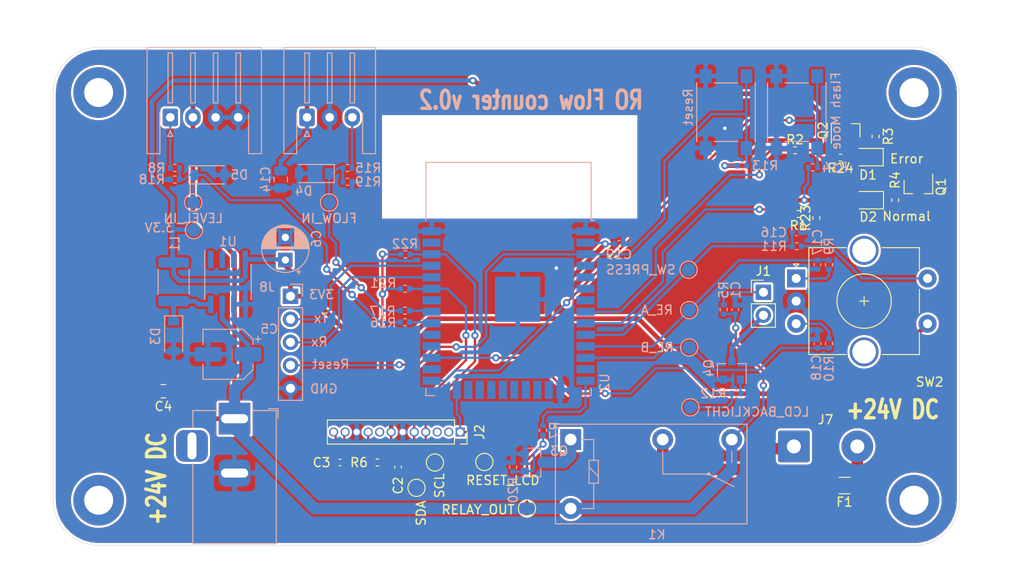
<source format=kicad_pcb>
(kicad_pcb (version 20171130) (host pcbnew "(5.1.10-1-10_14)")
  (layers (0 F.Cu signal) (31 B.Cu signal) (34 B.Paste user) (35 F.Paste user) (36 B.SilkS user) (37 F.SilkS user) (38 B.Mask user) (39 F.Mask user) (44 Edge.Cuts user))
  (net 0 "")
  (net 1 +24V)
  (net 2 GND)
  (net 3 "Net-(C3-Pad2)")
  (net 4 "Net-(C3-Pad1)")
  (net 5 "Net-(D1-Pad1)")
  (net 6 "Net-(D2-Pad1)")
  (net 7 "Net-(D3-Pad1)")
  (net 8 "Net-(J1-Pad1)")
  (net 9 /display/SCL)
  (net 10 /mcu/LEVEL_IN)
  (net 11 "Net-(Q1-Pad1)")
  (net 12 "Net-(Q2-Pad1)")
  (net 13 /mcu/NORMAL_OPERATION_OUT)
  (net 14 /mcu/ERROR_OUT)
  (net 15 /mcu/RE_A)
  (net 16 /mcu/RE_B)
  (net 17 /mcu/SW_PRESS)
  (net 18 +3V3)
  (net 19 "Net-(J7-Pad1)")
  (net 20 "Net-(K1-Pad1)")
  (net 21 "Net-(Q3-Pad1)")
  (net 22 /mcu/RELAY_OUT)
  (net 23 "Net-(R9-Pad1)")
  (net 24 "Net-(R10-Pad1)")
  (net 25 "Net-(R11-Pad2)")
  (net 26 "Net-(F1-Pad1)")
  (net 27 "Net-(J1-Pad2)")
  (net 28 "Net-(Q4-Pad1)")
  (net 29 /display/BACKLIGHT_LCD)
  (net 30 /mcu/RX)
  (net 31 /mcu/TX)
  (net 32 "Net-(R14-Pad2)")
  (net 33 /mcu/FLOW_IN)
  (net 34 "Net-(J2-Pad9)")
  (net 35 /display/SDA)
  (net 36 /display/RESET_DISPLAY)
  (net 37 "Net-(D4-Pad1)")
  (net 38 "Net-(D5-Pad1)")
  (net 39 "Net-(J5-Pad3)")
  (net 40 "Net-(J6-Pad1)")
  (net 41 /mcu/reset)
  (net 42 "Net-(Q1-Pad3)")
  (net 43 "Net-(Q2-Pad3)")
  (module Resistor_SMD:R_0402_1005Metric (layer F.Cu) (at 210.881501 67.183 180)
    (fp_text reference R24 (at 0 -1.17) (layer F.SilkS))
    (fp_text value 10k)
    (pad 2 smd roundrect (at 0.51 0 180) (size 0.54 0.64) (layers F.Cu F.Paste F.Mask) (net 12 "Net-(Q2-Pad1)"))
    (pad 1 smd roundrect (at -0.51 0 180) (size 0.54 0.64) (layers F.Cu F.Paste F.Mask) (net 2 GND))
  )
  (module Resistor_SMD:R_0402_1005Metric (layer F.Cu) (at 208.2165 73.8505 90)
    (fp_text reference R23 (at 0 -1.17 90) (layer F.SilkS))
    (fp_text value 10k)
    (pad 2 smd roundrect (at 0.51 0 90) (size 0.54 0.64) (layers F.Cu F.Paste F.Mask) (net 11 "Net-(Q1-Pad1)"))
    (pad 1 smd roundrect (at -0.51 0 90) (size 0.54 0.64) (layers F.Cu F.Paste F.Mask) (net 2 GND))
  )
  (module Package_TO_SOT_SMD:SOT-23 (layer F.Cu) (at 211.455 64.1985 90)
    (fp_text reference Q2 (at 0 -2.5 90) (layer F.SilkS))
    (fp_text value 2N7002E)
    (pad 3 smd rect (at 1 0 90) (size 0.9 0.8) (layers F.Cu F.Paste F.Mask) (net 43 "Net-(Q2-Pad3)"))
    (pad 2 smd rect (at -1 0.95 90) (size 0.9 0.8) (layers F.Cu F.Paste F.Mask) (net 2 GND))
    (pad 1 smd rect (at -1 -0.95 90) (size 0.9 0.8) (layers F.Cu F.Paste F.Mask) (net 12 "Net-(Q2-Pad1)"))
  )
  (module Package_TO_SOT_SMD:SOT-23 (layer F.Cu) (at 219.484145 70.403358 270)
    (fp_text reference Q1 (at 0 -2.5 90) (layer F.SilkS))
    (fp_text value 2N7002E)
    (pad 3 smd rect (at 1 0 270) (size 0.9 0.8) (layers F.Cu F.Paste F.Mask) (net 42 "Net-(Q1-Pad3)"))
    (pad 2 smd rect (at -1 0.95 270) (size 0.9 0.8) (layers F.Cu F.Paste F.Mask) (net 2 GND))
    (pad 1 smd rect (at -1 -0.95 270) (size 0.9 0.8) (layers F.Cu F.Paste F.Mask) (net 11 "Net-(Q1-Pad1)"))
  )
  (module Connector_PinSocket_1.27mm:PinSocket_1x12_P1.27mm_Vertical (layer F.Cu) (at 168.91 97.4725 270)
    (fp_text reference J2 (at 0 -2.135 90) (layer F.SilkS))
    (fp_text value Conn_01x12)
    (pad 12 thru_hole oval (at 0 13.97 270) (size 1 1) (drill 0.7) (layers *.Cu *.Mask) (net 4 "Net-(C3-Pad1)"))
    (pad 11 thru_hole oval (at 0 12.7 270) (size 1 1) (drill 0.7) (layers *.Cu *.Mask) (net 3 "Net-(C3-Pad2)"))
    (pad 10 thru_hole oval (at 0 11.43 270) (size 1 1) (drill 0.7) (layers *.Cu *.Mask) (net 2 GND))
    (pad 9 thru_hole oval (at 0 10.16 270) (size 1 1) (drill 0.7) (layers *.Cu *.Mask) (net 34 "Net-(J2-Pad9)"))
    (pad 8 thru_hole oval (at 0 8.89 270) (size 1 1) (drill 0.7) (layers *.Cu *.Mask))
    (pad 7 thru_hole oval (at 0 7.62 270) (size 1 1) (drill 0.7) (layers *.Cu *.Mask) (net 18 +3V3))
    (pad 6 thru_hole oval (at 0 6.35 270) (size 1 1) (drill 0.7) (layers *.Cu *.Mask) (net 2 GND))
    (pad 5 thru_hole oval (at 0 5.08 270) (size 1 1) (drill 0.7) (layers *.Cu *.Mask) (net 35 /display/SDA))
    (pad 4 thru_hole oval (at 0 3.81 270) (size 1 1) (drill 0.7) (layers *.Cu *.Mask) (net 9 /display/SCL))
    (pad 3 thru_hole oval (at 0 2.54 270) (size 1 1) (drill 0.7) (layers *.Cu *.Mask))
    (pad 2 thru_hole oval (at 0 1.27 270) (size 1 1) (drill 0.7) (layers *.Cu *.Mask))
    (pad 1 thru_hole rect (at 0 0 270) (size 1 1) (drill 0.7) (layers *.Cu *.Mask) (net 36 /display/RESET_DISPLAY))
  )
  (module Button_Switch_SMD:SW_Push_1P1T_NO_6x6mm_H9.5mm (layer B.Cu) (at 206.0575 62.1665 90)
    (fp_text reference SW4 hide)
    (fp_text value "Flash Mode" (at 0.127 4.318 90) (layer B.SilkS) (effects (justify mirror)))
    (pad 2 smd rect (at 3.975 -2.25 90) (size 1.55 1.3) (layers B.Cu B.Paste B.Mask) (net 2 GND))
    (pad 1 smd rect (at 3.975 2.25 90) (size 1.55 1.3) (layers B.Cu B.Paste B.Mask) (net 32 "Net-(R14-Pad2)"))
    (pad 1 smd rect (at -3.975 2.25 90) (size 1.55 1.3) (layers B.Cu B.Paste B.Mask) (net 32 "Net-(R14-Pad2)"))
    (pad 2 smd rect (at -3.975 -2.25 90) (size 1.55 1.3) (layers B.Cu B.Paste B.Mask) (net 2 GND))
  )
  (module Button_Switch_SMD:SW_Push_1P1T_NO_6x6mm_H9.5mm (layer B.Cu) (at 198.247 62.1665 270)
    (fp_text reference SW3 hide)
    (fp_text value Reset (at -0.5715 4.191 90) (layer B.SilkS) (effects (justify mirror)))
    (pad 2 smd rect (at 3.975 -2.25 270) (size 1.55 1.3) (layers B.Cu B.Paste B.Mask) (net 41 /mcu/reset))
    (pad 1 smd rect (at 3.975 2.25 270) (size 1.55 1.3) (layers B.Cu B.Paste B.Mask) (net 2 GND))
    (pad 1 smd rect (at -3.975 2.25 270) (size 1.55 1.3) (layers B.Cu B.Paste B.Mask) (net 2 GND))
    (pad 2 smd rect (at -3.975 -2.25 270) (size 1.55 1.3) (layers B.Cu B.Paste B.Mask) (net 41 /mcu/reset))
  )
  (module Resistor_SMD:R_0402_1005Metric (layer B.Cu) (at 162.8648 77.851)
    (fp_text reference R22 (at -0.0508 -1.143) (layer B.SilkS) (effects (justify mirror)))
    (fp_text value 5k6)
    (pad 2 smd roundrect (at 0.51 0) (size 0.54 0.64) (layers B.Cu B.Paste B.Mask) (net 9 /display/SCL))
    (pad 1 smd roundrect (at -0.51 0) (size 0.54 0.64) (layers B.Cu B.Paste B.Mask) (net 18 +3V3))
  )
  (module Resistor_SMD:R_0402_1005Metric (layer B.Cu) (at 162.8394 81.661)
    (fp_text reference R21 (at -2.4384 -0.635) (layer B.SilkS) (effects (justify mirror)))
    (fp_text value 5k6)
    (pad 2 smd roundrect (at 0.51 0) (size 0.54 0.64) (layers B.Cu B.Paste B.Mask) (net 35 /display/SDA))
    (pad 1 smd roundrect (at -0.51 0) (size 0.54 0.64) (layers B.Cu B.Paste B.Mask) (net 18 +3V3))
  )
  (module Connector_PinHeader_2.54mm:PinHeader_1x05_P2.54mm_Vertical (layer B.Cu) (at 150.1775 82.4865 180)
    (fp_text reference J8 (at 2.6035 1.016) (layer B.SilkS) (effects (justify mirror)))
    (fp_text value Programming)
    (pad 5 thru_hole oval (at 0 -10.16 180) (size 1.7 1.7) (drill 1) (layers *.Cu *.Mask) (net 2 GND))
    (pad 4 thru_hole oval (at 0 -7.62 180) (size 1.7 1.7) (drill 1) (layers *.Cu *.Mask) (net 41 /mcu/reset))
    (pad 3 thru_hole oval (at 0 -5.08 180) (size 1.7 1.7) (drill 1) (layers *.Cu *.Mask) (net 30 /mcu/RX))
    (pad 2 thru_hole oval (at 0 -2.54 180) (size 1.7 1.7) (drill 1) (layers *.Cu *.Mask) (net 31 /mcu/TX))
    (pad 1 thru_hole rect (at 0 0 180) (size 1.7 1.7) (drill 1) (layers *.Cu *.Mask) (net 18 +3V3))
  )
  (module Connector_Wire:SolderWire-0.75sqmm_1x02_P7mm_D1.25mm_OD3.5mm (layer F.Cu) (at 205.74 99.06)
    (fp_text reference J7 (at 3.5 -2.95) (layer F.SilkS))
    (fp_text value Conn_01x02)
    (pad 2 thru_hole circle (at 7 0) (size 3.5 3.5) (drill 1.55) (layers *.Cu *.Mask) (net 26 "Net-(F1-Pad1)"))
    (pad 1 thru_hole roundrect (at 0 0) (size 3.5 3.5) (drill 1.55) (layers *.Cu *.Mask) (roundrect_rratio 0.07142885714285714) (net 19 "Net-(J7-Pad1)"))
  )
  (module Resistor_SMD:R_0402_1005Metric (layer B.Cu) (at 174.752 101.346 270)
    (fp_text reference R20 (at 2.54 0 90) (layer B.SilkS) (effects (justify mirror)))
    (fp_text value 10k)
    (pad 2 smd roundrect (at 0.51 0 270) (size 0.54 0.64) (layers B.Cu B.Paste B.Mask) (net 21 "Net-(Q3-Pad1)"))
    (pad 1 smd roundrect (at -0.51 0 270) (size 0.54 0.64) (layers B.Cu B.Paste B.Mask) (net 2 GND))
  )
  (module TestPoint:TestPoint_Pad_D1.5mm (layer B.Cu) (at 154.432 72.136 180)
    (fp_text reference TP9 hide)
    (fp_text value FLOW_IN (at 0 -1.75) (layer B.SilkS) (effects (justify mirror)))
    (pad 1 smd circle (at 0 0 180) (size 1.5 1.5) (layers B.Cu B.Mask) (net 37 "Net-(D4-Pad1)"))
  )
  (module TestPoint:TestPoint_Pad_D1.5mm (layer B.Cu) (at 139.446 72.136 180)
    (fp_text reference TP7 hide)
    (fp_text value LEVEL_IN (at 0 -1.75) (layer B.SilkS) (effects (justify mirror)))
    (pad 1 smd circle (at 0 0 180) (size 1.5 1.5) (layers B.Cu B.Mask) (net 38 "Net-(D5-Pad1)"))
  )
  (module Resistor_SMD:R_0402_1005Metric (layer B.Cu) (at 156.464 69.85)
    (fp_text reference R19 (at 2.286 0) (layer B.SilkS) (effects (justify mirror)))
    (fp_text value 10k)
    (pad 2 smd roundrect (at 0.51 0) (size 0.54 0.64) (layers B.Cu B.Paste B.Mask) (net 2 GND))
    (pad 1 smd roundrect (at -0.51 0) (size 0.54 0.64) (layers B.Cu B.Paste B.Mask) (net 37 "Net-(D4-Pad1)"))
  )
  (module Resistor_SMD:R_0402_1005Metric (layer B.Cu) (at 137.414 69.596 180)
    (fp_text reference R18 (at 2.54 0) (layer B.SilkS) (effects (justify mirror)))
    (fp_text value 1k56)
    (pad 2 smd roundrect (at 0.51 0 180) (size 0.54 0.64) (layers B.Cu B.Paste B.Mask) (net 2 GND))
    (pad 1 smd roundrect (at -0.51 0 180) (size 0.54 0.64) (layers B.Cu B.Paste B.Mask) (net 38 "Net-(D5-Pad1)"))
  )
  (module Resistor_SMD:R_0402_1005Metric (layer B.Cu) (at 162.814 84.074 180)
    (fp_text reference R17 (at 2.4765 -0.0635) (layer B.SilkS) (effects (justify mirror)))
    (fp_text value 1k)
    (pad 2 smd roundrect (at 0.51 0 180) (size 0.54 0.64) (layers B.Cu B.Paste B.Mask) (net 37 "Net-(D4-Pad1)"))
    (pad 1 smd roundrect (at -0.51 0 180) (size 0.54 0.64) (layers B.Cu B.Paste B.Mask) (net 33 /mcu/FLOW_IN))
  )
  (module Resistor_SMD:R_0402_1005Metric (layer B.Cu) (at 162.814 85.344 180)
    (fp_text reference R16 (at 2.413 -0.0635 180) (layer B.SilkS) (effects (justify mirror)))
    (fp_text value 1k)
    (pad 2 smd roundrect (at 0.51 0 180) (size 0.54 0.64) (layers B.Cu B.Paste B.Mask) (net 38 "Net-(D5-Pad1)"))
    (pad 1 smd roundrect (at -0.51 0 180) (size 0.54 0.64) (layers B.Cu B.Paste B.Mask) (net 10 /mcu/LEVEL_IN))
  )
  (module Resistor_SMD:R_0402_1005Metric (layer B.Cu) (at 156.464 68.326 180)
    (fp_text reference R15 (at -2.286 0) (layer B.SilkS) (effects (justify mirror)))
    (fp_text value 5k6)
    (pad 2 smd roundrect (at 0.51 0 180) (size 0.54 0.64) (layers B.Cu B.Paste B.Mask) (net 37 "Net-(D4-Pad1)"))
    (pad 1 smd roundrect (at -0.51 0 180) (size 0.54 0.64) (layers B.Cu B.Paste B.Mask) (net 39 "Net-(J5-Pad3)"))
  )
  (module Resistor_SMD:R_0402_1005Metric (layer B.Cu) (at 137.412 68.326)
    (fp_text reference R8 (at -2.03 0) (layer B.SilkS) (effects (justify mirror)))
    (fp_text value 10k)
    (pad 2 smd roundrect (at 0.51 0) (size 0.54 0.64) (layers B.Cu B.Paste B.Mask) (net 38 "Net-(D5-Pad1)"))
    (pad 1 smd roundrect (at -0.51 0) (size 0.54 0.64) (layers B.Cu B.Paste B.Mask) (net 40 "Net-(J6-Pad1)"))
  )
  (module Diode_SMD:D_SOD-123 (layer B.Cu) (at 141.224 69.088)
    (fp_text reference D5 (at 3.302 0) (layer B.SilkS) (effects (justify mirror)))
    (fp_text value 3V3)
    (pad 2 smd rect (at 1.65 0) (size 0.9 1.2) (layers B.Cu B.Paste B.Mask) (net 2 GND))
    (pad 1 smd rect (at -1.65 0) (size 0.9 1.2) (layers B.Cu B.Paste B.Mask) (net 38 "Net-(D5-Pad1)"))
  )
  (module Connector_PinHeader_2.54mm:PinHeader_1x02_P2.54mm_Vertical (layer F.Cu) (at 202.3745 82.042)
    (fp_text reference J1 (at 0 -2.33) (layer F.SilkS))
    (fp_text value "LCD Power")
    (pad 2 thru_hole oval (at 0 2.54) (size 1.7 1.7) (drill 1) (layers *.Cu *.Mask) (net 27 "Net-(J1-Pad2)"))
    (pad 1 thru_hole rect (at 0 0) (size 1.7 1.7) (drill 1) (layers *.Cu *.Mask) (net 8 "Net-(J1-Pad1)"))
  )
  (module RF_Module:ESP32-WROOM-32 (layer B.Cu) (at 174.244 83.566 180)
    (fp_text reference U2 (at -10.61 -8.43 270) (layer B.SilkS) (effects (justify mirror)))
    (fp_text value ESP32-WROOM-32)
    (pad 38 smd rect (at 8.5 8.255 180) (size 2 0.9) (layers B.Cu B.Paste B.Mask) (net 2 GND))
    (pad 37 smd rect (at 8.5 6.985 180) (size 2 0.9) (layers B.Cu B.Paste B.Mask))
    (pad 36 smd rect (at 8.5 5.715 180) (size 2 0.9) (layers B.Cu B.Paste B.Mask) (net 9 /display/SCL))
    (pad 35 smd rect (at 8.5 4.445 180) (size 2 0.9) (layers B.Cu B.Paste B.Mask) (net 31 /mcu/TX))
    (pad 34 smd rect (at 8.5 3.175 180) (size 2 0.9) (layers B.Cu B.Paste B.Mask) (net 30 /mcu/RX))
    (pad 33 smd rect (at 8.5 1.905 180) (size 2 0.9) (layers B.Cu B.Paste B.Mask) (net 35 /display/SDA))
    (pad 32 smd rect (at 8.5 0.635 180) (size 2 0.9) (layers B.Cu B.Paste B.Mask))
    (pad 31 smd rect (at 8.5 -0.635 180) (size 2 0.9) (layers B.Cu B.Paste B.Mask) (net 33 /mcu/FLOW_IN))
    (pad 30 smd rect (at 8.5 -1.905 180) (size 2 0.9) (layers B.Cu B.Paste B.Mask) (net 10 /mcu/LEVEL_IN))
    (pad 29 smd rect (at 8.5 -3.175 180) (size 2 0.9) (layers B.Cu B.Paste B.Mask))
    (pad 28 smd rect (at 8.5 -4.445 180) (size 2 0.9) (layers B.Cu B.Paste B.Mask))
    (pad 27 smd rect (at 8.5 -5.715 180) (size 2 0.9) (layers B.Cu B.Paste B.Mask) (net 29 /display/BACKLIGHT_LCD))
    (pad 26 smd rect (at 8.5 -6.985 180) (size 2 0.9) (layers B.Cu B.Paste B.Mask))
    (pad 25 smd rect (at 8.5 -8.255 180) (size 2 0.9) (layers B.Cu B.Paste B.Mask) (net 32 "Net-(R14-Pad2)"))
    (pad 24 smd rect (at 5.715 -9.255 90) (size 2 0.9) (layers B.Cu B.Paste B.Mask) (net 36 /display/RESET_DISPLAY))
    (pad 23 smd rect (at 4.445 -9.255 90) (size 2 0.9) (layers B.Cu B.Paste B.Mask))
    (pad 22 smd rect (at 3.175 -9.255 90) (size 2 0.9) (layers B.Cu B.Paste B.Mask))
    (pad 21 smd rect (at 1.905 -9.255 90) (size 2 0.9) (layers B.Cu B.Paste B.Mask))
    (pad 20 smd rect (at 0.635 -9.255 90) (size 2 0.9) (layers B.Cu B.Paste B.Mask))
    (pad 19 smd rect (at -0.635 -9.255 90) (size 2 0.9) (layers B.Cu B.Paste B.Mask))
    (pad 18 smd rect (at -1.905 -9.255 90) (size 2 0.9) (layers B.Cu B.Paste B.Mask))
    (pad 17 smd rect (at -3.175 -9.255 90) (size 2 0.9) (layers B.Cu B.Paste B.Mask))
    (pad 16 smd rect (at -4.445 -9.255 90) (size 2 0.9) (layers B.Cu B.Paste B.Mask))
    (pad 15 smd rect (at -5.715 -9.255 90) (size 2 0.9) (layers B.Cu B.Paste B.Mask) (net 2 GND))
    (pad 14 smd rect (at -8.5 -8.255 180) (size 2 0.9) (layers B.Cu B.Paste B.Mask) (net 22 /mcu/RELAY_OUT))
    (pad 13 smd rect (at -8.5 -6.985 180) (size 2 0.9) (layers B.Cu B.Paste B.Mask))
    (pad 12 smd rect (at -8.5 -5.715 180) (size 2 0.9) (layers B.Cu B.Paste B.Mask) (net 16 /mcu/RE_B))
    (pad 11 smd rect (at -8.5 -4.445 180) (size 2 0.9) (layers B.Cu B.Paste B.Mask) (net 15 /mcu/RE_A))
    (pad 10 smd rect (at -8.5 -3.175 180) (size 2 0.9) (layers B.Cu B.Paste B.Mask) (net 17 /mcu/SW_PRESS))
    (pad 9 smd rect (at -8.5 -1.905 180) (size 2 0.9) (layers B.Cu B.Paste B.Mask) (net 13 /mcu/NORMAL_OPERATION_OUT))
    (pad 8 smd rect (at -8.5 -0.635 180) (size 2 0.9) (layers B.Cu B.Paste B.Mask) (net 14 /mcu/ERROR_OUT))
    (pad 7 smd rect (at -8.5 0.635 180) (size 2 0.9) (layers B.Cu B.Paste B.Mask))
    (pad 6 smd rect (at -8.5 1.905 180) (size 2 0.9) (layers B.Cu B.Paste B.Mask))
    (pad 5 smd rect (at -8.5 3.175 180) (size 2 0.9) (layers B.Cu B.Paste B.Mask))
    (pad 4 smd rect (at -8.5 4.445 180) (size 2 0.9) (layers B.Cu B.Paste B.Mask))
    (pad 3 smd rect (at -8.5 5.715 180) (size 2 0.9) (layers B.Cu B.Paste B.Mask) (net 41 /mcu/reset))
    (pad 2 smd rect (at -8.5 6.985 180) (size 2 0.9) (layers B.Cu B.Paste B.Mask) (net 18 +3V3))
    (pad 1 smd rect (at -8.5 8.255 180) (size 2 0.9) (layers B.Cu B.Paste B.Mask) (net 2 GND))
    (pad 39 smd rect (at -1 0.755 180) (size 5 5) (layers B.Cu B.Paste B.Mask) (net 2 GND))
  )
  (module Resistor_SMD:R_0402_1005Metric (layer B.Cu) (at 207.8335 68.2625)
    (fp_text reference R14 (at 2.433376 0) (layer B.SilkS) (effects (justify mirror)))
    (fp_text value 10k)
    (pad 2 smd roundrect (at 0.51 0) (size 0.54 0.64) (layers B.Cu B.Paste B.Mask) (net 32 "Net-(R14-Pad2)"))
    (pad 1 smd roundrect (at -0.51 0) (size 0.54 0.64) (layers B.Cu B.Paste B.Mask) (net 18 +3V3))
  )
  (module Resistor_SMD:R_0402_1005Metric (layer B.Cu) (at 200.025 68.072)
    (fp_text reference R13 (at 2.54 0) (layer B.SilkS) (effects (justify mirror)))
    (fp_text value 10k)
    (pad 2 smd roundrect (at 0.51 0) (size 0.54 0.64) (layers B.Cu B.Paste B.Mask) (net 41 /mcu/reset))
    (pad 1 smd roundrect (at -0.51 0) (size 0.54 0.64) (layers B.Cu B.Paste B.Mask) (net 18 +3V3))
  )
  (module Connector_JST:JST_XH_S4B-XH-A-1_1x04_P2.50mm_Horizontal (layer B.Cu) (at 136.906 62.738)
    (fp_text reference J6 hide)
    (fp_text value "Level Sensor (optional)")
    (pad 4 thru_hole oval (at 7.5 0) (size 1.7 1.95) (drill 0.95) (layers *.Cu *.Mask) (net 2 GND))
    (pad 3 thru_hole oval (at 5 0) (size 1.7 1.95) (drill 0.95) (layers *.Cu *.Mask) (net 2 GND))
    (pad 2 thru_hole oval (at 2.5 0) (size 1.7 1.95) (drill 0.95) (layers *.Cu *.Mask) (net 1 +24V))
    (pad 1 thru_hole roundrect (at 0 0) (size 1.7 1.95) (drill 0.95) (layers *.Cu *.Mask) (roundrect_rratio 0.1470588235294118) (net 40 "Net-(J6-Pad1)"))
  )
  (module Connector_JST:JST_XH_S3B-XH-A-1_1x03_P2.50mm_Horizontal (layer B.Cu) (at 152 62.738)
    (fp_text reference J5 hide)
    (fp_text value "Flow Meter")
    (pad 3 thru_hole oval (at 5 0) (size 1.7 1.95) (drill 0.95) (layers *.Cu *.Mask) (net 39 "Net-(J5-Pad3)"))
    (pad 2 thru_hole oval (at 2.5 0) (size 1.7 1.95) (drill 0.95) (layers *.Cu *.Mask) (net 2 GND))
    (pad 1 thru_hole roundrect (at 0 0) (size 1.7 1.95) (drill 0.95) (layers *.Cu *.Mask) (roundrect_rratio 0.1470588235294118) (net 1 +24V))
  )
  (module Capacitor_SMD:C_0402_1005Metric (layer B.Cu) (at 186.436 76.708)
    (fp_text reference C19 (at 0 1.16) (layer B.SilkS) (effects (justify mirror)))
    (fp_text value 0.1uF)
    (pad 2 smd roundrect (at 0.48 0) (size 0.56 0.62) (layers B.Cu B.Paste B.Mask) (net 2 GND))
    (pad 1 smd roundrect (at -0.48 0) (size 0.56 0.62) (layers B.Cu B.Paste B.Mask) (net 18 +3V3))
  )
  (module TestPoint:TestPoint_Pad_D1.5mm (layer B.Cu) (at 194.31 94.742)
    (fp_text reference TP12 hide)
    (fp_text value LCD_BACKLIGHT (at 7.366 0.508) (layer B.SilkS) (effects (justify mirror)))
    (pad 1 smd circle (at 0 0) (size 1.5 1.5) (layers B.Cu B.Mask) (net 29 /display/BACKLIGHT_LCD))
  )
  (module Resistor_SMD:R_0402_1005Metric (layer B.Cu) (at 199.388001 93.218 180)
    (fp_text reference R12 (at 2.538001 0) (layer B.SilkS) (effects (justify mirror)))
    (fp_text value 1k)
    (pad 2 smd roundrect (at 0.51 0 180) (size 0.54 0.64) (layers B.Cu B.Paste B.Mask) (net 29 /display/BACKLIGHT_LCD))
    (pad 1 smd roundrect (at -0.51 0 180) (size 0.54 0.64) (layers B.Cu B.Paste B.Mask) (net 28 "Net-(Q4-Pad1)"))
  )
  (module Package_TO_SOT_SMD:SOT-23 (layer B.Cu) (at 198.882 90.678 90)
    (fp_text reference Q4 (at 0.254 -2.54 90) (layer B.SilkS) (effects (justify mirror)))
    (fp_text value 2N7002E)
    (pad 3 smd rect (at 1 0 90) (size 0.9 0.8) (layers B.Cu B.Paste B.Mask) (net 27 "Net-(J1-Pad2)"))
    (pad 2 smd rect (at -1 -0.95 90) (size 0.9 0.8) (layers B.Cu B.Paste B.Mask) (net 2 GND))
    (pad 1 smd rect (at -1 0.95 90) (size 0.9 0.8) (layers B.Cu B.Paste B.Mask) (net 28 "Net-(Q4-Pad1)"))
  )
  (module Fuse:Fuse_1206_3216Metric (layer F.Cu) (at 211.328 103.378 180)
    (fp_text reference F1 (at 0 -1.82) (layer F.SilkS))
    (fp_text value 10A)
    (pad 2 smd roundrect (at 1.4 0 180) (size 1.25 1.75) (layers F.Cu F.Paste F.Mask) (roundrect_rratio 0.2) (net 2 GND))
    (pad 1 smd roundrect (at -1.4 0 180) (size 1.25 1.75) (layers F.Cu F.Paste F.Mask) (roundrect_rratio 0.2) (net 26 "Net-(F1-Pad1)"))
  )
  (module TestPoint:TestPoint_Pad_D1.5mm (layer F.Cu) (at 171.577 100.7745)
    (fp_text reference TP8 hide)
    (fp_text value RESET_LCD (at 2.032 2.032 180) (layer F.SilkS))
    (pad 1 smd circle (at 0 0) (size 1.5 1.5) (layers F.Cu F.Mask) (net 36 /display/RESET_DISPLAY))
  )
  (module TestPoint:TestPoint_Pad_D1.5mm (layer F.Cu) (at 164.084 103.632)
    (fp_text reference TP6 hide)
    (fp_text value SDA (at 0.508 2.794 90) (layer F.SilkS))
    (pad 1 smd circle (at 0 0) (size 1.5 1.5) (layers F.Cu F.Mask) (net 35 /display/SDA))
  )
  (module TestPoint:TestPoint_Pad_D1.5mm (layer B.Cu) (at 194.183 88.138)
    (fp_text reference TP5 hide)
    (fp_text value RE_B (at -3.556 0) (layer B.SilkS) (effects (justify mirror)))
    (pad 1 smd circle (at 0 0) (size 1.5 1.5) (layers B.Cu B.Mask) (net 16 /mcu/RE_B))
  )
  (module TestPoint:TestPoint_Pad_D1.5mm (layer F.Cu) (at 176.276 105.918 180)
    (fp_text reference TP4 hide)
    (fp_text value RELAY_OUT (at 5.3975 -0.127 180) (layer F.SilkS))
    (pad 1 smd circle (at 0 0 180) (size 1.5 1.5) (layers F.Cu F.Mask) (net 21 "Net-(Q3-Pad1)"))
  )
  (module TestPoint:TestPoint_Pad_D1.5mm (layer B.Cu) (at 194.183 84.0105)
    (fp_text reference TP3 hide)
    (fp_text value RE_A (at -3.556 0) (layer B.SilkS) (effects (justify mirror)))
    (pad 1 smd circle (at 0 0) (size 1.5 1.5) (layers B.Cu B.Mask) (net 15 /mcu/RE_A))
  )
  (module TestPoint:TestPoint_Pad_D1.5mm (layer B.Cu) (at 194.1195 79.5655 180)
    (fp_text reference TP2 hide)
    (fp_text value SW_PRESS (at 5.2705 0) (layer B.SilkS) (effects (justify mirror)))
    (pad 1 smd circle (at 0 0 180) (size 1.5 1.5) (layers B.Cu B.Mask) (net 17 /mcu/SW_PRESS))
  )
  (module TestPoint:TestPoint_Pad_D1.5mm (layer F.Cu) (at 166.116 100.838)
    (fp_text reference TP11 hide)
    (fp_text value SCL (at 0.508 2.54 90) (layer F.SilkS))
    (pad 1 smd circle (at 0 0) (size 1.5 1.5) (layers F.Cu F.Mask) (net 9 /display/SCL))
  )
  (module Resistor_SMD:R_0402_1005Metric (layer B.Cu) (at 206.0555 76.962)
    (fp_text reference R11 (at -2.538 0) (layer B.SilkS) (effects (justify mirror)))
    (fp_text value 1k)
    (pad 2 smd roundrect (at 0.51 0) (size 0.54 0.64) (layers B.Cu B.Paste B.Mask) (net 25 "Net-(R11-Pad2)"))
    (pad 1 smd roundrect (at -0.51 0) (size 0.54 0.64) (layers B.Cu B.Paste B.Mask) (net 17 /mcu/SW_PRESS))
  )
  (module Resistor_SMD:R_0402_1005Metric (layer B.Cu) (at 209.6135 87.695499 270)
    (fp_text reference R10 (at 2.792001 0 90) (layer B.SilkS) (effects (justify mirror)))
    (fp_text value 1k)
    (pad 2 smd roundrect (at 0.51 0 270) (size 0.54 0.64) (layers B.Cu B.Paste B.Mask) (net 16 /mcu/RE_B))
    (pad 1 smd roundrect (at -0.51 0 270) (size 0.54 0.64) (layers B.Cu B.Paste B.Mask) (net 24 "Net-(R10-Pad1)"))
  )
  (module Resistor_SMD:R_0402_1005Metric (layer B.Cu) (at 209.6135 78.994 90)
    (fp_text reference R9 (at 2.032 0 90) (layer B.SilkS) (effects (justify mirror)))
    (fp_text value 1k)
    (pad 2 smd roundrect (at 0.51 0 90) (size 0.54 0.64) (layers B.Cu B.Paste B.Mask) (net 15 /mcu/RE_A))
    (pad 1 smd roundrect (at -0.51 0 90) (size 0.54 0.64) (layers B.Cu B.Paste B.Mask) (net 23 "Net-(R9-Pad1)"))
  )
  (module Diode_SMD:D_SOD-123 (layer B.Cu) (at 152.757274 68.937274 180)
    (fp_text reference D4 (at 1.119274 -1.928726) (layer B.SilkS) (effects (justify mirror)))
    (fp_text value 3V3)
    (pad 2 smd rect (at 1.65 0 180) (size 0.9 1.2) (layers B.Cu B.Paste B.Mask) (net 2 GND))
    (pad 1 smd rect (at -1.65 0 180) (size 0.9 1.2) (layers B.Cu B.Paste B.Mask) (net 37 "Net-(D4-Pad1)"))
  )
  (module Capacitor_SMD:C_0402_1005Metric (layer B.Cu) (at 208.3435 87.7215 90)
    (fp_text reference C18 (at -2.639 -0.127 90) (layer B.SilkS) (effects (justify mirror)))
    (fp_text value 0.1uF)
    (pad 2 smd roundrect (at 0.48 0 90) (size 0.56 0.62) (layers B.Cu B.Paste B.Mask) (net 2 GND))
    (pad 1 smd roundrect (at -0.48 0 90) (size 0.56 0.62) (layers B.Cu B.Paste B.Mask) (net 16 /mcu/RE_B))
  )
  (module Capacitor_SMD:C_0402_1005Metric (layer B.Cu) (at 208.343499 78.994 270)
    (fp_text reference C17 (at -2.4765 -0.000001 90) (layer B.SilkS) (effects (justify mirror)))
    (fp_text value 0.1uF)
    (pad 1 smd roundrect (at -0.48 0 270) (size 0.56 0.62) (layers B.Cu B.Paste B.Mask) (net 15 /mcu/RE_A))
    (pad 2 smd roundrect (at 0.48 0 270) (size 0.56 0.62) (layers B.Cu B.Paste B.Mask) (net 2 GND))
  )
  (module Capacitor_SMD:C_0402_1005Metric (layer B.Cu) (at 206.0295 75.438)
    (fp_text reference C16 (at -2.512 0) (layer B.SilkS) (effects (justify mirror)))
    (fp_text value 100nF)
    (pad 2 smd roundrect (at 0.48 0) (size 0.56 0.62) (layers B.Cu B.Paste B.Mask) (net 2 GND))
    (pad 1 smd roundrect (at -0.48 0) (size 0.56 0.62) (layers B.Cu B.Paste B.Mask) (net 17 /mcu/SW_PRESS))
  )
  (module Connector_BarrelJack:BarrelJack_Horizontal (layer B.Cu) (at 144 96 90)
    (fp_text reference J3 hide)
    (fp_text value Barrel_Jack)
    (pad 3 thru_hole roundrect (at -3 -4.7 90) (size 3.5 3.5) (drill oval 3 1) (layers *.Cu *.Mask))
    (pad 2 thru_hole roundrect (at -6 0 90) (size 3 3.5) (drill oval 1 3) (layers *.Cu *.Mask) (net 2 GND))
    (pad 1 thru_hole rect (at 0 0 90) (size 3.5 3.5) (drill oval 1 3) (layers *.Cu *.Mask) (net 1 +24V))
  )
  (module Resistor_SMD:R_0402_1005Metric (layer B.Cu) (at 178.054 97.282 90)
    (fp_text reference R7 (at 0 1.27 90) (layer B.SilkS) (effects (justify mirror)))
    (fp_text value 1k)
    (pad 2 smd roundrect (at 0.51 0 90) (size 0.54 0.64) (layers B.Cu B.Paste B.Mask) (net 22 /mcu/RELAY_OUT))
    (pad 1 smd roundrect (at -0.51 0 90) (size 0.54 0.64) (layers B.Cu B.Paste B.Mask) (net 21 "Net-(Q3-Pad1)"))
  )
  (module Package_TO_SOT_SMD:SOT-23 (layer B.Cu) (at 177.038 100.838)
    (fp_text reference Q3 (at 2.794 -1.27) (layer B.SilkS) (effects (justify mirror)))
    (fp_text value 2N7002E)
    (pad 3 smd rect (at 1 0) (size 0.9 0.8) (layers B.Cu B.Paste B.Mask) (net 20 "Net-(K1-Pad1)"))
    (pad 2 smd rect (at -1 -0.95) (size 0.9 0.8) (layers B.Cu B.Paste B.Mask) (net 2 GND))
    (pad 1 smd rect (at -1 0.95) (size 0.9 0.8) (layers B.Cu B.Paste B.Mask) (net 21 "Net-(Q3-Pad1)"))
  )
  (module Relay_THT:Relay_SPST_Omron-G5Q-1A (layer B.Cu) (at 181.102 98.298)
    (fp_text reference K1 (at 9.5 10.5 180) (layer B.SilkS) (effects (justify mirror)))
    (fp_text value G5Q-1A)
    (pad 5 thru_hole circle (at 0 7.62 180) (size 2.3 2.3) (drill 1.3) (layers *.Cu *.Mask) (net 1 +24V))
    (pad 3 thru_hole circle (at 17.78 0 180) (size 2.3 2.3) (drill 1.3) (layers *.Cu *.Mask) (net 1 +24V))
    (pad 2 thru_hole circle (at 10.16 0 180) (size 2.3 2.3) (drill 1.3) (layers *.Cu *.Mask) (net 19 "Net-(J7-Pad1)"))
    (pad 1 thru_hole rect (at 0 0 180) (size 2.3 2.3) (drill 1.3) (layers *.Cu *.Mask) (net 20 "Net-(K1-Pad1)"))
  )
  (module Package_SO:SOIC-8_3.9x4.9mm_P1.27mm (layer B.Cu) (at 143.274277 80.894 270)
    (fp_text reference U1 (at -4.44 0.018277) (layer B.SilkS) (effects (justify mirror)))
    (fp_text value LM2594HVM-3.3)
    (pad 8 smd roundrect (at 2.475 1.905 270) (size 1.95 0.6) (layers B.Cu B.Paste B.Mask) (net 7 "Net-(D3-Pad1)"))
    (pad 7 smd roundrect (at 2.475 0.635 270) (size 1.95 0.6) (layers B.Cu B.Paste B.Mask) (net 1 +24V))
    (pad 6 smd roundrect (at 2.475 -0.635 270) (size 1.95 0.6) (layers B.Cu B.Paste B.Mask) (net 2 GND))
    (pad 5 smd roundrect (at 2.475 -1.905 270) (size 1.95 0.6) (layers B.Cu B.Paste B.Mask) (net 2 GND))
    (pad 4 smd roundrect (at -2.475 -1.905 270) (size 1.95 0.6) (layers B.Cu B.Paste B.Mask) (net 18 +3V3))
    (pad 3 smd roundrect (at -2.475 -0.635 270) (size 1.95 0.6) (layers B.Cu B.Paste B.Mask))
    (pad 2 smd roundrect (at -2.475 0.635 270) (size 1.95 0.6) (layers B.Cu B.Paste B.Mask))
    (pad 1 smd roundrect (at -2.475 1.905 270) (size 1.95 0.6) (layers B.Cu B.Paste B.Mask))
  )
  (module TestPoint:TestPoint_Pad_D1.5mm (layer B.Cu) (at 139.5095 75.184 180)
    (fp_text reference TP1 hide)
    (fp_text value 3.3V (at 3.81 0.254) (layer B.SilkS) (effects (justify mirror)))
    (pad 1 smd circle (at 0 0 180) (size 1.5 1.5) (layers B.Cu B.Mask) (net 18 +3V3))
  )
  (module Rotary_Encoder:RotaryEncoder_Alps_EC11E-Switch_Vertical_H20mm_CircularMountingHoles (layer F.Cu) (at 205.994 80.518)
    (fp_text reference SW2 (at 14.732 11.43) (layer F.SilkS))
    (fp_text value Rotary_Encoder_Switch)
    (pad A thru_hole rect (at 0 0) (size 2 2) (drill 1) (layers *.Cu *.Mask) (net 23 "Net-(R9-Pad1)"))
    (pad C thru_hole circle (at 0 2.5) (size 2 2) (drill 1) (layers *.Cu *.Mask) (net 2 GND))
    (pad B thru_hole circle (at 0 5) (size 2 2) (drill 1) (layers *.Cu *.Mask) (net 24 "Net-(R10-Pad1)"))
    (pad MP thru_hole circle (at 7.5 -3.1) (size 3.2 3.2) (drill 2.6) (layers *.Cu *.Mask))
    (pad MP thru_hole circle (at 7.5 8.1) (size 3.2 3.2) (drill 2.6) (layers *.Cu *.Mask))
    (pad S2 thru_hole circle (at 14.5 0) (size 2 2) (drill 1) (layers *.Cu *.Mask) (net 25 "Net-(R11-Pad2)"))
    (pad S1 thru_hole circle (at 14.5 5) (size 2 2) (drill 1) (layers *.Cu *.Mask) (net 18 +3V3))
  )
  (module Resistor_SMD:R_0402_1005Metric (layer F.Cu) (at 159.766 100.838)
    (fp_text reference R6 (at -2.032 0) (layer F.SilkS))
    (fp_text value 10k)
    (pad 2 smd roundrect (at 0.51 0) (size 0.54 0.64) (layers F.Cu F.Paste F.Mask) (net 18 +3V3))
    (pad 1 smd roundrect (at -0.51 0) (size 0.54 0.64) (layers F.Cu F.Paste F.Mask) (net 34 "Net-(J2-Pad9)"))
  )
  (module Resistor_SMD:R_0402_1005Metric (layer B.Cu) (at 197.993 83.947001 270)
    (fp_text reference R5 (at -2.159001 0 90) (layer B.SilkS) (effects (justify mirror)))
    (fp_text value 1k4)
    (pad 2 smd roundrect (at 0.51 0 270) (size 0.54 0.64) (layers B.Cu B.Paste B.Mask) (net 1 +24V))
    (pad 1 smd roundrect (at -0.51 0 270) (size 0.54 0.64) (layers B.Cu B.Paste B.Mask) (net 8 "Net-(J1-Pad1)"))
  )
  (module Resistor_SMD:R_0402_1005Metric (layer F.Cu) (at 216.916 71.88 90)
    (fp_text reference R4 (at 2.2205 0 90) (layer F.SilkS))
    (fp_text value 140)
    (pad 2 smd roundrect (at 0.51 0 90) (size 0.54 0.64) (layers F.Cu F.Paste F.Mask) (net 42 "Net-(Q1-Pad3)"))
    (pad 1 smd roundrect (at -0.51 0 90) (size 0.54 0.64) (layers F.Cu F.Paste F.Mask) (net 6 "Net-(D2-Pad1)"))
  )
  (module Resistor_SMD:R_0402_1005Metric (layer F.Cu) (at 214.756 64.844 90)
    (fp_text reference R3 (at 0 1.398 90) (layer F.SilkS))
    (fp_text value 154)
    (pad 2 smd roundrect (at 0.51 0 90) (size 0.54 0.64) (layers F.Cu F.Paste F.Mask) (net 43 "Net-(Q2-Pad3)"))
    (pad 1 smd roundrect (at -0.51 0 90) (size 0.54 0.64) (layers F.Cu F.Paste F.Mask) (net 5 "Net-(D1-Pad1)"))
  )
  (module Resistor_SMD:R_0402_1005Metric (layer F.Cu) (at 205.866 66.368)
    (fp_text reference R2 (at 0 -1.17) (layer F.SilkS))
    (fp_text value 1k)
    (pad 2 smd roundrect (at 0.51 0) (size 0.54 0.64) (layers F.Cu F.Paste F.Mask) (net 12 "Net-(Q2-Pad1)"))
    (pad 1 smd roundrect (at -0.51 0) (size 0.54 0.64) (layers F.Cu F.Paste F.Mask) (net 14 /mcu/ERROR_OUT))
  )
  (module Resistor_SMD:R_0402_1005Metric (layer F.Cu) (at 206.248 73.406)
    (fp_text reference R1 (at 0 1.27) (layer F.SilkS))
    (fp_text value 1k)
    (pad 2 smd roundrect (at 0.51 0) (size 0.54 0.64) (layers F.Cu F.Paste F.Mask) (net 11 "Net-(Q1-Pad1)"))
    (pad 1 smd roundrect (at -0.51 0) (size 0.54 0.64) (layers F.Cu F.Paste F.Mask) (net 13 /mcu/NORMAL_OPERATION_OUT))
  )
  (module Inductor_SMD:L_1812_4532Metric (layer B.Cu) (at 137.274278 80.894 90)
    (fp_text reference L1 (at 4.186 0.139722 270) (layer B.SilkS) (effects (justify mirror)))
    (fp_text value 100uH)
    (pad 2 smd roundrect (at 2.1375 0 90) (size 1.125 3.4) (layers B.Cu B.Paste B.Mask) (roundrect_rratio 0.2222195555555556) (net 18 +3V3))
    (pad 1 smd roundrect (at -2.1375 0 90) (size 1.125 3.4) (layers B.Cu B.Paste B.Mask) (roundrect_rratio 0.2222195555555556) (net 7 "Net-(D3-Pad1)"))
  )
  (module MountingHole:MountingHole_3.2mm_M3_DIN965_Pad (layer F.Cu) (at 129 60)
    (fp_text reference H4 hide)
    (fp_text value MountingHole)
    (pad 1 thru_hole circle (at 0 0) (size 5.6 5.6) (drill 3.2) (layers *.Cu *.Mask))
  )
  (module MountingHole:MountingHole_3.2mm_M3_DIN965_Pad (layer F.Cu) (at 129 105)
    (fp_text reference H3 hide)
    (fp_text value MountingHole)
    (pad 1 thru_hole circle (at 0 0) (size 5.6 5.6) (drill 3.2) (layers *.Cu *.Mask))
  )
  (module MountingHole:MountingHole_3.2mm_M3_DIN965_Pad (layer F.Cu) (at 219 60)
    (fp_text reference H2 hide)
    (fp_text value MountingHole)
    (pad 1 thru_hole circle (at 0 0) (size 5.6 5.6) (drill 3.2) (layers *.Cu *.Mask))
  )
  (module MountingHole:MountingHole_3.2mm_M3_DIN965_Pad (layer F.Cu) (at 219 105)
    (fp_text reference H1 hide)
    (fp_text value MountingHole)
    (pad 1 thru_hole circle (at 0 0) (size 5.6 5.6) (drill 3.2) (layers *.Cu *.Mask))
  )
  (module Diode_SMD:D_SOD-123 (layer B.Cu) (at 137.274277 86.894 270)
    (fp_text reference D3 (at 0 2 270) (layer B.SilkS) (effects (justify mirror)))
    (fp_text value 1N5817)
    (pad 2 smd rect (at 1.65 0 270) (size 0.9 1.2) (layers B.Cu B.Paste B.Mask) (net 2 GND))
    (pad 1 smd rect (at -1.65 0 270) (size 0.9 1.2) (layers B.Cu B.Paste B.Mask) (net 7 "Net-(D3-Pad1)"))
  )
  (module LED_SMD:LED_0805_2012Metric (layer F.Cu) (at 213.9465 71.882 180)
    (fp_text reference D2 (at 0 -1.848) (layer F.SilkS))
    (fp_text value "Normal Operation")
    (pad 2 smd roundrect (at 0.9375 0 180) (size 0.975 1.4) (layers F.Cu F.Paste F.Mask) (net 18 +3V3))
    (pad 1 smd roundrect (at -0.9375 0 180) (size 0.975 1.4) (layers F.Cu F.Paste F.Mask) (net 6 "Net-(D2-Pad1)"))
  )
  (module LED_SMD:LED_0805_2012Metric (layer F.Cu) (at 213.9155 67.13 180)
    (fp_text reference D1 (at 0 -1.958) (layer F.SilkS))
    (fp_text value Error)
    (pad 2 smd roundrect (at 0.9375 0 180) (size 0.975 1.4) (layers F.Cu F.Paste F.Mask) (net 18 +3V3))
    (pad 1 smd roundrect (at -0.9375 0 180) (size 0.975 1.4) (layers F.Cu F.Paste F.Mask) (net 5 "Net-(D1-Pad1)"))
  )
  (module Capacitor_SMD:C_0805_2012Metric (layer B.Cu) (at 149.098 69.596 270)
    (fp_text reference C14 (at 0 1.68 90) (layer B.SilkS) (effects (justify mirror)))
    (fp_text value 4.7uF)
    (pad 2 smd roundrect (at 0.95 0 270) (size 1 1.45) (layers B.Cu B.Paste B.Mask) (net 2 GND))
    (pad 1 smd roundrect (at -0.95 0 270) (size 1 1.45) (layers B.Cu B.Paste B.Mask) (net 1 +24V))
  )
  (module Capacitor_THT:CP_Radial_D5.0mm_P2.50mm (layer B.Cu) (at 149.606 78.486 90)
    (fp_text reference C6 (at 2.3495 3.429 270) (layer B.SilkS) (effects (justify mirror)))
    (fp_text value 120uF)
    (pad 2 thru_hole circle (at 2.5 0 90) (size 1.6 1.6) (drill 0.8) (layers *.Cu *.Mask) (net 2 GND))
    (pad 1 thru_hole rect (at 0 0 90) (size 1.6 1.6) (drill 0.8) (layers *.Cu *.Mask) (net 18 +3V3))
  )
  (module Capacitor_SMD:CP_Elec_5x5.4 (layer B.Cu) (at 143.274277 88.894001 180)
    (fp_text reference C5 (at -4.553723 2.788001) (layer B.SilkS) (effects (justify mirror)))
    (fp_text value 68uF)
    (pad 2 smd roundrect (at 2.2 0 180) (size 3 1.6) (layers B.Cu B.Paste B.Mask) (roundrect_rratio 0.15625) (net 2 GND))
    (pad 1 smd roundrect (at -2.2 0 180) (size 3 1.6) (layers B.Cu B.Paste B.Mask) (roundrect_rratio 0.15625) (net 1 +24V))
  )
  (module Capacitor_SMD:C_0805_2012Metric (layer F.Cu) (at 136.144 92.964 180)
    (fp_text reference C4 (at 0 -1.68) (layer F.SilkS))
    (fp_text value 22uF)
    (pad 2 smd roundrect (at 0.95 0 180) (size 1 1.45) (layers F.Cu F.Paste F.Mask) (net 2 GND))
    (pad 1 smd roundrect (at -0.95 0 180) (size 1 1.45) (layers F.Cu F.Paste F.Mask) (net 1 +24V))
  )
  (module Capacitor_SMD:C_0402_1005Metric (layer F.Cu) (at 155.6385 100.838)
    (fp_text reference C3 (at -2.032 0) (layer F.SilkS))
    (fp_text value 100nF)
    (pad 2 smd roundrect (at 0.48 0) (size 0.56 0.62) (layers F.Cu F.Paste F.Mask) (net 3 "Net-(C3-Pad2)"))
    (pad 1 smd roundrect (at -0.48 0) (size 0.56 0.62) (layers F.Cu F.Paste F.Mask) (net 4 "Net-(C3-Pad1)"))
  )
  (module Capacitor_SMD:C_0402_1005Metric (layer F.Cu) (at 162.052 101.346 270)
    (fp_text reference C2 (at 2.032 0 90) (layer F.SilkS))
    (fp_text value 100nF)
    (pad 1 smd roundrect (at -0.48 0 270) (size 0.56 0.62) (layers F.Cu F.Paste F.Mask) (net 18 +3V3))
    (pad 2 smd roundrect (at 0.48 0 270) (size 0.56 0.62) (layers F.Cu F.Paste F.Mask) (net 2 GND))
  )
  (module Capacitor_SMD:C_0402_1005Metric (layer B.Cu) (at 199.263 83.947 270)
    (fp_text reference C1 (at -2.159 -0.0635 90) (layer B.SilkS) (effects (justify mirror)))
    (fp_text value 100nF)
    (pad 2 smd roundrect (at 0.48 0 270) (size 0.56 0.62) (layers B.Cu B.Paste B.Mask) (net 1 +24V))
    (pad 1 smd roundrect (at -0.48 0 270) (size 0.56 0.62) (layers B.Cu B.Paste B.Mask) (net 2 GND))
  )
  (gr_text 3V3 (at 153.6065 82.296) (layer B.SilkS) (effects (font (size 1 1)) (justify mirror)))
  (gr_text GND (at 153.8605 92.71) (layer B.SilkS) (effects (font (size 1 1)) (justify mirror)))
  (gr_text Reset (at 154.6225 89.9795) (layer B.SilkS) (effects (font (size 1 1)) (justify mirror)))
  (gr_text "+24V DC" (at 216.662 94.996) (layer F.SilkS) (effects (font (size 2 1.5) (thickness 0.375))))
  (gr_text "+24V DC" (at 135.382 102.616 90) (layer F.SilkS) (effects (font (size 2 1.5) (thickness 0.375))))
  (gr_text "RO Flow counter v0.2" (at 176.7205 60.833) (layer B.SilkS) (effects (font (size 2 1.5) (thickness 0.375)) (justify mirror)))
  (gr_text Normal (at 218.186 73.66) (layer F.SilkS) (effects (font (size 1 1))))
  (gr_text Error (at 218.186 67.31) (layer F.SilkS) (effects (font (size 1 1))))
  (gr_text Rx (at 153.3525 87.503) (layer B.SilkS) (effects (font (size 1 1)) (justify mirror)))
  (gr_text Tx (at 153.543 84.8995) (layer B.SilkS) (effects (font (size 1 1)) (justify mirror)))
  (gr_line (start 219 55) (end 129 55) (layer Edge.Cuts) (width 0.05))
  (gr_line (start 129 110) (end 219 110) (layer Edge.Cuts) (width 0.05))
  (gr_arc (start 219 105) (end 219 110) (angle -90) (layer Edge.Cuts) (width 0.05))
  (gr_arc (start 219 60) (end 224 60) (angle -90) (layer Edge.Cuts) (width 0.05))
  (gr_line (start 224 60) (end 224 105) (layer Edge.Cuts) (width 0.05))
  (gr_line (start 124 60) (end 124 105) (layer Edge.Cuts) (width 0.05))
  (gr_arc (start 129 105) (end 124 105) (angle -90) (layer Edge.Cuts) (width 0.05))
  (gr_arc (start 129 60) (end 129 55) (angle -90) (layer Edge.Cuts) (width 0.05))
  (segment (start 144 96) (end 144 92.728) (width 1.27) (layer B.Cu) (net 1))
  (segment (start 145.474277 91.253723) (end 145.474277 88.894001) (width 1.27) (layer B.Cu) (net 1))
  (segment (start 144 92.728) (end 145.474277 91.253723) (width 1.27) (layer B.Cu) (net 1))
  (segment (start 142.639277 84.981277) (end 142.639277 83.369) (width 0.508) (layer B.Cu) (net 1))
  (segment (start 145.474277 87.816277) (end 142.639277 84.981277) (width 0.508) (layer B.Cu) (net 1))
  (segment (start 145.474277 88.894001) (end 145.474277 87.816277) (width 0.508) (layer B.Cu) (net 1))
  (segment (start 137.094 92.964) (end 138.43 92.964) (width 0.508) (layer F.Cu) (net 1))
  (segment (start 141.466 96) (end 144 96) (width 0.508) (layer F.Cu) (net 1))
  (segment (start 138.43 92.964) (end 141.466 96) (width 0.508) (layer F.Cu) (net 1))
  (segment (start 181.102 105.918) (end 194.564 105.918) (width 1.27) (layer B.Cu) (net 1))
  (segment (start 198.882 101.6) (end 198.882 98.298) (width 1.27) (layer B.Cu) (net 1))
  (segment (start 194.564 105.918) (end 198.882 101.6) (width 1.27) (layer B.Cu) (net 1))
  (segment (start 139.512 62.844) (end 139.406 62.738) (width 0.254) (layer B.Cu) (net 1))
  (segment (start 139.406 64.746) (end 139.406 62.738) (width 0.508) (layer F.Cu) (net 1))
  (segment (start 139.406 73.366) (end 139.406 64.746) (width 0.508) (layer F.Cu) (net 1))
  (segment (start 144 77.96) (end 139.406 73.366) (width 0.508) (layer F.Cu) (net 1))
  (segment (start 144 96) (end 144 77.96) (width 0.508) (layer F.Cu) (net 1))
  (segment (start 139.406 61) (end 140.208 60.198) (width 0.508) (layer F.Cu) (net 1))
  (segment (start 140.208 60.198) (end 151.13 60.198) (width 0.508) (layer F.Cu) (net 1))
  (segment (start 151.13 60.198) (end 152 61.068) (width 0.508) (layer F.Cu) (net 1))
  (segment (start 139.406 62.738) (end 139.406 61) (width 0.508) (layer F.Cu) (net 1))
  (segment (start 149.098 67.564) (end 149.098 68.646) (width 0.508) (layer B.Cu) (net 1))
  (segment (start 152 64.662) (end 149.098 67.564) (width 0.508) (layer B.Cu) (net 1))
  (segment (start 152 62.738) (end 152 64.662) (width 0.508) (layer B.Cu) (net 1))
  (segment (start 152 61.068) (end 152 62.738) (width 0.508) (layer F.Cu) (net 1))
  (segment (start 152.8445 105.918) (end 181.102 105.918) (width 1.27) (layer B.Cu) (net 1))
  (segment (start 144 97.0735) (end 152.8445 105.918) (width 1.27) (layer B.Cu) (net 1))
  (segment (start 144 96) (end 144 97.0735) (width 1.27) (layer B.Cu) (net 1))
  (via (at 199.3265 85.979) (size 0.8) (drill 0.4) (layers F.Cu B.Cu) (net 1))
  (via (at 202.3745 92.329) (size 0.8) (drill 0.4) (layers F.Cu B.Cu) (net 1))
  (segment (start 202.3745 94.742) (end 202.3745 92.329) (width 0.254) (layer B.Cu) (net 1))
  (segment (start 198.882 98.2345) (end 202.3745 94.742) (width 0.254) (layer B.Cu) (net 1))
  (segment (start 198.882 98.298) (end 198.882 98.2345) (width 0.254) (layer B.Cu) (net 1))
  (segment (start 199.263 85.9155) (end 199.3265 85.979) (width 0.254) (layer B.Cu) (net 1))
  (segment (start 199.263 84.427) (end 199.263 85.9155) (width 0.254) (layer B.Cu) (net 1))
  (segment (start 198.023001 84.427) (end 197.993 84.457001) (width 0.254) (layer B.Cu) (net 1))
  (segment (start 199.263 84.427) (end 198.023001 84.427) (width 0.254) (layer B.Cu) (net 1))
  (segment (start 202.3745 90.7415) (end 202.3745 92.329) (width 0.254) (layer F.Cu) (net 1))
  (segment (start 199.3265 87.6935) (end 202.3745 90.7415) (width 0.254) (layer F.Cu) (net 1))
  (segment (start 199.3265 85.979) (end 199.3265 87.6935) (width 0.254) (layer F.Cu) (net 1))
  (segment (start 175.26 84.074) (end 175.26 81.715608) (width 0.254) (layer B.Cu) (net 2))
  (segment (start 175.26 81.715608) (end 174.615221 81.070829) (width 0.254) (layer B.Cu) (net 2))
  (via (at 198.12 63.9445) (size 0.8) (drill 0.4) (layers F.Cu B.Cu) (net 2))
  (via (at 179.5145 79.375) (size 0.8) (drill 0.4) (layers F.Cu B.Cu) (net 2))
  (segment (start 156.1185 97.564) (end 156.21 97.4725) (width 0.254) (layer F.Cu) (net 3))
  (segment (start 156.1185 100.838) (end 156.1185 97.564) (width 0.254) (layer F.Cu) (net 3))
  (segment (start 155.1585 97.691) (end 154.94 97.4725) (width 0.254) (layer F.Cu) (net 4))
  (segment (start 155.1585 100.838) (end 155.1585 97.691) (width 0.254) (layer F.Cu) (net 4))
  (segment (start 214.853 67.13) (end 214.853 65.451) (width 0.254) (layer F.Cu) (net 5))
  (segment (start 214.853 65.451) (end 214.756 65.354) (width 0.254) (layer F.Cu) (net 5))
  (segment (start 214.884 71.882) (end 215.646 71.882) (width 0.254) (layer F.Cu) (net 6))
  (segment (start 216.154 72.39) (end 216.916 72.39) (width 0.254) (layer F.Cu) (net 6))
  (segment (start 215.646 71.882) (end 216.154 72.39) (width 0.254) (layer F.Cu) (net 6))
  (segment (start 137.274277 83.031501) (end 137.274278 83.0315) (width 0.508) (layer B.Cu) (net 7))
  (segment (start 137.274277 85.244) (end 137.274277 83.031501) (width 0.508) (layer B.Cu) (net 7))
  (segment (start 137.274278 83.0315) (end 139.6735 83.0315) (width 0.508) (layer B.Cu) (net 7))
  (segment (start 140.011 83.369) (end 141.369277 83.369) (width 0.508) (layer B.Cu) (net 7))
  (segment (start 139.6735 83.0315) (end 140.011 83.369) (width 0.508) (layer B.Cu) (net 7))
  (segment (start 197.993 83.437001) (end 197.993 82.6135) (width 0.254) (layer B.Cu) (net 8))
  (segment (start 198.5645 82.042) (end 202.3745 82.042) (width 0.254) (layer B.Cu) (net 8))
  (segment (start 197.993 82.6135) (end 198.5645 82.042) (width 0.254) (layer B.Cu) (net 8))
  (segment (start 163.3748 77.851) (end 165.744 77.851) (width 0.254) (layer B.Cu) (net 9))
  (segment (start 165.744 77.851) (end 167.259 77.851) (width 0.254) (layer B.Cu) (net 9))
  (via (at 170.535393 86.819365) (size 0.8) (drill 0.4) (layers F.Cu B.Cu) (net 9))
  (segment (start 167.259 77.851) (end 170.535393 81.127393) (width 0.254) (layer B.Cu) (net 9))
  (segment (start 170.535393 81.127393) (end 170.535393 86.819365) (width 0.254) (layer B.Cu) (net 9))
  (segment (start 165.1 99.822) (end 166.116 100.838) (width 0.254) (layer F.Cu) (net 9))
  (segment (start 165.1 97.4725) (end 165.1 99.822) (width 0.254) (layer F.Cu) (net 9))
  (segment (start 165.1 95.123) (end 165.1 97.4725) (width 0.254) (layer F.Cu) (net 9))
  (segment (start 170.535393 89.687607) (end 165.1 95.123) (width 0.254) (layer F.Cu) (net 9))
  (segment (start 170.535393 86.819365) (end 170.535393 89.687607) (width 0.254) (layer F.Cu) (net 9))
  (segment (start 165.617 85.344) (end 165.744 85.471) (width 0.254) (layer B.Cu) (net 10))
  (segment (start 163.324 85.344) (end 165.617 85.344) (width 0.254) (layer B.Cu) (net 10))
  (segment (start 208.151 73.406) (end 208.2165 73.3405) (width 0.254) (layer F.Cu) (net 11))
  (segment (start 206.758 73.406) (end 208.151 73.406) (width 0.254) (layer F.Cu) (net 11))
  (segment (start 208.2165 73.3405) (end 219.9025 73.3405) (width 0.254) (layer F.Cu) (net 11))
  (segment (start 219.9025 73.3405) (end 220.853 72.39) (width 0.254) (layer F.Cu) (net 11))
  (segment (start 220.853 72.39) (end 220.853 70.739) (width 0.254) (layer F.Cu) (net 11))
  (segment (start 220.434145 70.320145) (end 220.434145 69.403358) (width 0.254) (layer F.Cu) (net 11))
  (segment (start 220.853 70.739) (end 220.434145 70.320145) (width 0.254) (layer F.Cu) (net 11))
  (segment (start 206.376 66.368) (end 207.973 66.368) (width 0.254) (layer F.Cu) (net 12))
  (segment (start 208.788 67.183) (end 210.371501 67.183) (width 0.254) (layer F.Cu) (net 12))
  (segment (start 207.973 66.368) (end 208.788 67.183) (width 0.254) (layer F.Cu) (net 12))
  (segment (start 210.371501 67.183) (end 210.371501 66.297999) (width 0.254) (layer F.Cu) (net 12))
  (segment (start 210.505 66.1645) (end 210.505 65.1985) (width 0.254) (layer F.Cu) (net 12))
  (segment (start 210.371501 66.297999) (end 210.505 66.1645) (width 0.254) (layer F.Cu) (net 12))
  (via (at 201.929994 72.898) (size 0.8) (drill 0.4) (layers F.Cu B.Cu) (net 13))
  (segment (start 205.738 73.406) (end 204.2795 73.406) (width 0.254) (layer F.Cu) (net 13))
  (segment (start 203.7715 72.898) (end 201.929994 72.898) (width 0.254) (layer F.Cu) (net 13))
  (segment (start 204.2795 73.406) (end 203.7715 72.898) (width 0.254) (layer F.Cu) (net 13))
  (segment (start 191.262 77.597) (end 195.961 72.898) (width 0.254) (layer B.Cu) (net 13))
  (segment (start 191.262 80.899) (end 191.262 77.597) (width 0.254) (layer B.Cu) (net 13))
  (segment (start 195.961 72.898) (end 201.929994 72.898) (width 0.254) (layer B.Cu) (net 13))
  (segment (start 186.69 85.471) (end 191.262 80.899) (width 0.254) (layer B.Cu) (net 13))
  (segment (start 182.744 85.471) (end 186.69 85.471) (width 0.254) (layer B.Cu) (net 13))
  (via (at 201.929992 69.088) (size 0.8) (drill 0.4) (layers F.Cu B.Cu) (net 14))
  (segment (start 201.675996 69.088) (end 201.929992 69.088) (width 0.254) (layer B.Cu) (net 14))
  (segment (start 198.6915 69.088) (end 201.929992 69.088) (width 0.254) (layer B.Cu) (net 14))
  (segment (start 190.5 77.2795) (end 198.6915 69.088) (width 0.254) (layer B.Cu) (net 14))
  (segment (start 190.5 80.264) (end 190.5 77.2795) (width 0.254) (layer B.Cu) (net 14))
  (segment (start 186.563 84.201) (end 190.5 80.264) (width 0.254) (layer B.Cu) (net 14))
  (segment (start 182.744 84.201) (end 186.563 84.201) (width 0.254) (layer B.Cu) (net 14))
  (segment (start 203.1895 66.368) (end 201.929992 67.627508) (width 0.254) (layer F.Cu) (net 14))
  (segment (start 201.929992 67.627508) (end 201.929992 69.088) (width 0.254) (layer F.Cu) (net 14))
  (segment (start 205.356 66.368) (end 203.1895 66.368) (width 0.254) (layer F.Cu) (net 14))
  (segment (start 194.183 84.0105) (end 190.1825 88.011) (width 0.254) (layer B.Cu) (net 15))
  (segment (start 190.1825 88.011) (end 182.744 88.011) (width 0.254) (layer B.Cu) (net 15))
  (segment (start 208.373499 78.484) (end 208.343499 78.514) (width 0.254) (layer B.Cu) (net 15))
  (segment (start 209.6135 78.484) (end 208.373499 78.484) (width 0.254) (layer B.Cu) (net 15))
  (segment (start 199.6795 78.514) (end 194.183 84.0105) (width 0.254) (layer B.Cu) (net 15))
  (segment (start 208.343499 78.514) (end 199.6795 78.514) (width 0.254) (layer B.Cu) (net 15))
  (segment (start 208.347499 88.205499) (end 208.3435 88.2015) (width 0.254) (layer B.Cu) (net 16))
  (segment (start 209.6135 88.205499) (end 208.347499 88.205499) (width 0.254) (layer B.Cu) (net 16))
  (segment (start 194.183 88.138) (end 191.4525 88.138) (width 0.254) (layer B.Cu) (net 16))
  (segment (start 190.3095 89.281) (end 182.744 89.281) (width 0.254) (layer B.Cu) (net 16))
  (segment (start 191.4525 88.138) (end 190.3095 89.281) (width 0.254) (layer B.Cu) (net 16))
  (segment (start 194.437 88.138) (end 194.183 88.138) (width 0.254) (layer B.Cu) (net 16))
  (segment (start 196.9135 90.6145) (end 194.437 88.138) (width 0.254) (layer B.Cu) (net 16))
  (segment (start 201.8665 90.6145) (end 196.9135 90.6145) (width 0.254) (layer B.Cu) (net 16))
  (segment (start 204.2795 88.2015) (end 201.8665 90.6145) (width 0.254) (layer B.Cu) (net 16))
  (segment (start 208.3435 88.2015) (end 204.2795 88.2015) (width 0.254) (layer B.Cu) (net 16))
  (segment (start 205.5495 76.958) (end 205.5455 76.962) (width 0.254) (layer B.Cu) (net 17))
  (segment (start 205.5495 75.438) (end 205.5495 76.958) (width 0.254) (layer B.Cu) (net 17))
  (segment (start 205.5455 76.962) (end 198.628 76.962) (width 0.254) (layer B.Cu) (net 17))
  (segment (start 196.723 76.962) (end 198.628 76.962) (width 0.254) (layer B.Cu) (net 17))
  (segment (start 194.1195 79.5655) (end 196.723 76.962) (width 0.254) (layer B.Cu) (net 17))
  (segment (start 187.2615 86.4235) (end 194.1195 79.5655) (width 0.254) (layer B.Cu) (net 17))
  (segment (start 186.944 86.741) (end 187.2615 86.4235) (width 0.254) (layer B.Cu) (net 17))
  (segment (start 182.744 86.741) (end 186.944 86.741) (width 0.254) (layer B.Cu) (net 17))
  (via (at 184.912 76.708) (size 0.8) (drill 0.4) (layers F.Cu B.Cu) (net 18))
  (segment (start 137.274278 78.7565) (end 137.274278 80.124278) (width 0.508) (layer B.Cu) (net 18))
  (segment (start 137.274278 80.124278) (end 137.922 80.772) (width 0.508) (layer B.Cu) (net 18))
  (segment (start 137.922 80.772) (end 144.78 80.772) (width 0.508) (layer B.Cu) (net 18))
  (segment (start 145.179277 80.372723) (end 145.179277 78.419) (width 0.508) (layer B.Cu) (net 18))
  (segment (start 144.78 80.772) (end 145.179277 80.372723) (width 0.508) (layer B.Cu) (net 18))
  (segment (start 145.179277 78.419) (end 149.285 78.419) (width 0.508) (layer B.Cu) (net 18))
  (segment (start 149.285 78.419) (end 149.352 78.486) (width 0.508) (layer B.Cu) (net 18))
  (segment (start 160.306 100.866) (end 160.274 100.834) (width 0.254) (layer F.Cu) (net 18))
  (segment (start 162.052 100.866) (end 160.306 100.866) (width 0.254) (layer F.Cu) (net 18))
  (segment (start 203.692 65.294) (end 203.692 65.294) (width 0.508) (layer F.Cu) (net 18))
  (segment (start 184.785 76.581) (end 184.912 76.708) (width 0.254) (layer B.Cu) (net 18))
  (segment (start 182.744 76.581) (end 184.785 76.581) (width 0.254) (layer B.Cu) (net 18))
  (segment (start 184.912 76.708) (end 185.956 76.708) (width 0.254) (layer B.Cu) (net 18))
  (segment (start 162.3294 81.661) (end 160.909 81.661) (width 0.254) (layer B.Cu) (net 18))
  (segment (start 160.909 81.661) (end 160.3248 82.2452) (width 0.254) (layer B.Cu) (net 18))
  (segment (start 160.3248 82.2452) (end 160.3248 82.2452) (width 0.254) (layer B.Cu) (net 18))
  (via (at 160.3248 82.2452) (size 0.8) (drill 0.4) (layers F.Cu B.Cu) (net 18))
  (segment (start 160.3248 82.2452) (end 160.3248 77.8256) (width 0.254) (layer F.Cu) (net 18))
  (segment (start 160.3248 77.8256) (end 160.3248 77.8256) (width 0.254) (layer F.Cu) (net 18))
  (via (at 160.3248 77.8256) (size 0.8) (drill 0.4) (layers F.Cu B.Cu) (net 18))
  (segment (start 160.3502 77.851) (end 160.3248 77.8256) (width 0.254) (layer B.Cu) (net 18))
  (segment (start 162.3548 77.851) (end 160.3502 77.851) (width 0.254) (layer B.Cu) (net 18))
  (segment (start 137.274278 78.7565) (end 137.16 78.642222) (width 0.508) (layer B.Cu) (net 18))
  (segment (start 137.16 75.1205) (end 139.446 75.1205) (width 0.508) (layer B.Cu) (net 18))
  (segment (start 139.446 75.1205) (end 139.5095 75.184) (width 0.508) (layer B.Cu) (net 18))
  (segment (start 137.16 78.642222) (end 137.16 75.1205) (width 0.508) (layer B.Cu) (net 18))
  (segment (start 152.4 82.4865) (end 150.1775 82.4865) (width 0.508) (layer F.Cu) (net 18))
  (segment (start 160.000998 86.887002) (end 156.800502 86.887002) (width 0.508) (layer F.Cu) (net 18))
  (segment (start 150.1775 79.6925) (end 148.9075 78.4225) (width 0.508) (layer F.Cu) (net 18))
  (segment (start 150.1775 82.4865) (end 150.1775 79.6925) (width 0.508) (layer F.Cu) (net 18))
  (segment (start 137.16 58.674) (end 170.307 58.674) (width 0.508) (layer B.Cu) (net 18))
  (segment (start 137.16 75.1205) (end 137.16 71.6915) (width 0.508) (layer B.Cu) (net 18))
  (segment (start 137.16 71.6915) (end 134.874 69.4055) (width 0.508) (layer B.Cu) (net 18))
  (segment (start 134.874 69.4055) (end 134.874 60.96) (width 0.508) (layer B.Cu) (net 18))
  (segment (start 171.958 60.1345) (end 203.7715 60.1345) (width 0.508) (layer F.Cu) (net 18))
  (segment (start 170.4975 58.674) (end 171.958 60.1345) (width 0.508) (layer F.Cu) (net 18))
  (segment (start 134.874 60.96) (end 137.16 58.674) (width 0.508) (layer B.Cu) (net 18))
  (segment (start 170.307 58.674) (end 170.4975 58.674) (width 0.508) (layer B.Cu) (net 18))
  (via (at 170.307 58.674) (size 0.8) (drill 0.4) (layers F.Cu B.Cu) (net 18))
  (segment (start 208.6 65.294) (end 208.6 62.2325) (width 0.508) (layer F.Cu) (net 18))
  (segment (start 206.502 60.1345) (end 203.7715 60.1345) (width 0.508) (layer F.Cu) (net 18))
  (segment (start 208.6 62.2325) (end 206.502 60.1345) (width 0.508) (layer F.Cu) (net 18))
  (segment (start 207.3235 68.2625) (end 207.3235 70.0445) (width 0.254) (layer B.Cu) (net 18))
  (segment (start 207.3235 70.0445) (end 206.883 70.485) (width 0.254) (layer B.Cu) (net 18))
  (segment (start 206.883 70.485) (end 206.883 71.882) (width 0.254) (layer B.Cu) (net 18))
  (segment (start 206.883 71.882) (end 206.883 71.882) (width 0.254) (layer B.Cu) (net 18))
  (via (at 206.883 71.882) (size 0.8) (drill 0.4) (layers F.Cu B.Cu) (net 18))
  (segment (start 178.7525 82.8675) (end 178.7525 84.963) (width 0.508) (layer F.Cu) (net 18))
  (segment (start 184.912 76.708) (end 178.7525 82.8675) (width 0.508) (layer F.Cu) (net 18))
  (segment (start 155.60675 85.69325) (end 152.4 82.4865) (width 0.508) (layer F.Cu) (net 18))
  (segment (start 156.800502 86.887002) (end 155.60675 85.69325) (width 0.508) (layer F.Cu) (net 18))
  (segment (start 156.24175 86.32825) (end 155.60675 85.69325) (width 0.254) (layer F.Cu) (net 18))
  (segment (start 199.515 68.072) (end 198.12 68.072) (width 0.254) (layer B.Cu) (net 18))
  (segment (start 198.12 68.072) (end 198.1835 68.072) (width 0.254) (layer B.Cu) (net 18))
  (via (at 198.12 68.072) (size 0.8) (drill 0.4) (layers F.Cu B.Cu) (net 18))
  (segment (start 200.87601 68.072) (end 200.894998 68.090988) (width 0.254) (layer F.Cu) (net 18))
  (segment (start 198.12 68.072) (end 200.87601 68.072) (width 0.508) (layer F.Cu) (net 18))
  (segment (start 206.5495 65.294) (end 208.6 65.294) (width 0.508) (layer F.Cu) (net 18))
  (segment (start 202.549 65.294) (end 206.5495 65.294) (width 0.508) (layer F.Cu) (net 18))
  (segment (start 200.894998 66.948002) (end 202.549 65.294) (width 0.508) (layer F.Cu) (net 18))
  (segment (start 200.894998 68.090988) (end 200.894998 66.948002) (width 0.508) (layer F.Cu) (net 18))
  (segment (start 212.774999 93.237001) (end 219.494001 86.517999) (width 0.508) (layer F.Cu) (net 18))
  (segment (start 178.7525 84.963) (end 188.595 84.963) (width 0.508) (layer F.Cu) (net 18))
  (segment (start 196.869001 93.237001) (end 212.774999 93.237001) (width 0.508) (layer F.Cu) (net 18))
  (segment (start 219.494001 86.517999) (end 220.494 85.518) (width 0.508) (layer F.Cu) (net 18))
  (segment (start 188.595 84.963) (end 196.869001 93.237001) (width 0.508) (layer F.Cu) (net 18))
  (segment (start 161.29 97.4725) (end 161.29 99.2505) (width 0.25) (layer F.Cu) (net 18))
  (segment (start 162.052 100.0125) (end 162.052 100.866) (width 0.25) (layer F.Cu) (net 18))
  (segment (start 161.29 99.2505) (end 162.052 100.0125) (width 0.25) (layer F.Cu) (net 18))
  (segment (start 161.29 94.0435) (end 161.29 97.4725) (width 0.508) (layer F.Cu) (net 18))
  (segment (start 160.212 92.9655) (end 161.29 94.0435) (width 0.508) (layer F.Cu) (net 18))
  (segment (start 163.556998 86.887002) (end 160.039002 86.887002) (width 0.508) (layer F.Cu) (net 18))
  (segment (start 160.212 87.06) (end 160.212 92.9655) (width 0.508) (layer F.Cu) (net 18))
  (segment (start 160.039002 86.887002) (end 160.212 87.06) (width 0.508) (layer F.Cu) (net 18))
  (segment (start 165.481 84.963) (end 163.556998 86.887002) (width 0.508) (layer F.Cu) (net 18))
  (segment (start 178.7525 84.963) (end 165.481 84.963) (width 0.508) (layer F.Cu) (net 18))
  (segment (start 160.3248 82.2452) (end 160.3248 84.9757) (width 0.254) (layer F.Cu) (net 18))
  (segment (start 160.212 85.0885) (end 160.212 87.06) (width 0.254) (layer F.Cu) (net 18))
  (segment (start 160.3248 84.9757) (end 160.212 85.0885) (width 0.254) (layer F.Cu) (net 18))
  (segment (start 212.993 71.898) (end 213.009 71.882) (width 0.508) (layer F.Cu) (net 18))
  (segment (start 202.2 71.898) (end 212.993 71.898) (width 0.508) (layer F.Cu) (net 18))
  (segment (start 200.894998 70.592998) (end 202.2 71.898) (width 0.508) (layer F.Cu) (net 18))
  (segment (start 200.894998 68.090988) (end 200.894998 70.592998) (width 0.508) (layer F.Cu) (net 18))
  (segment (start 213.009 67.161) (end 212.978 67.13) (width 0.508) (layer F.Cu) (net 18))
  (segment (start 213.009 71.882) (end 213.009 67.161) (width 0.508) (layer F.Cu) (net 18))
  (segment (start 191.262 98.298) (end 191.262 100.076) (width 1.27) (layer F.Cu) (net 19))
  (segment (start 191.262 100.076) (end 192.786 101.6) (width 1.27) (layer F.Cu) (net 19))
  (segment (start 192.786 101.6) (end 200.66 101.6) (width 1.27) (layer F.Cu) (net 19))
  (segment (start 202.946 99.314) (end 205.994 99.314) (width 1.27) (layer F.Cu) (net 19))
  (segment (start 200.66 101.6) (end 202.946 99.314) (width 1.27) (layer F.Cu) (net 19))
  (segment (start 178.038 100.838) (end 180.34 100.838) (width 1.27) (layer B.Cu) (net 20))
  (segment (start 181.102 100.076) (end 181.102 98.298) (width 1.27) (layer B.Cu) (net 20))
  (segment (start 180.34 100.838) (end 181.102 100.076) (width 1.27) (layer B.Cu) (net 20))
  (segment (start 178.054 98.806) (end 178.054 97.792) (width 0.254) (layer B.Cu) (net 21))
  (segment (start 177.038 99.822) (end 178.054 98.806) (width 0.254) (layer B.Cu) (net 21))
  (segment (start 177.038 101.6) (end 177.038 99.822) (width 0.254) (layer B.Cu) (net 21))
  (segment (start 176.85 101.788) (end 177.038 101.6) (width 0.254) (layer B.Cu) (net 21))
  (segment (start 176.038 101.788) (end 176.85 101.788) (width 0.254) (layer B.Cu) (net 21))
  (segment (start 176.276 105.918) (end 176.276 100.584) (width 0.254) (layer F.Cu) (net 21))
  (segment (start 176.276 100.584) (end 178.054 98.806) (width 0.254) (layer F.Cu) (net 21))
  (segment (start 178.054 98.806) (end 178.054 98.806) (width 0.254) (layer F.Cu) (net 21))
  (via (at 178.054 98.806) (size 0.8) (drill 0.4) (layers F.Cu B.Cu) (net 21))
  (segment (start 175.97 101.856) (end 176.038 101.788) (width 0.254) (layer B.Cu) (net 21))
  (segment (start 174.752 101.856) (end 175.97 101.856) (width 0.254) (layer B.Cu) (net 21))
  (segment (start 178.054 96.772) (end 178.054 95.758) (width 0.254) (layer B.Cu) (net 22))
  (segment (start 178.054 95.758) (end 178.562 95.25) (width 0.254) (layer B.Cu) (net 22))
  (segment (start 178.562 95.25) (end 182.118 95.25) (width 0.254) (layer B.Cu) (net 22))
  (segment (start 182.744 94.624) (end 182.744 91.821) (width 0.254) (layer B.Cu) (net 22))
  (segment (start 182.118 95.25) (end 182.744 94.624) (width 0.254) (layer B.Cu) (net 22))
  (segment (start 205.994 80.518) (end 209.296 80.518) (width 0.254) (layer B.Cu) (net 23))
  (segment (start 209.6135 80.2005) (end 209.6135 79.504) (width 0.254) (layer B.Cu) (net 23))
  (segment (start 209.296 80.518) (end 209.6135 80.2005) (width 0.254) (layer B.Cu) (net 23))
  (segment (start 205.994 85.518) (end 208.7715 85.518) (width 0.254) (layer B.Cu) (net 24))
  (segment (start 209.6135 86.36) (end 209.6135 87.185499) (width 0.254) (layer B.Cu) (net 24))
  (segment (start 208.7715 85.518) (end 209.6135 86.36) (width 0.254) (layer B.Cu) (net 24))
  (segment (start 206.5655 76.962) (end 209.7405 76.962) (width 0.254) (layer B.Cu) (net 25))
  (segment (start 213.2965 80.518) (end 220.494 80.518) (width 0.254) (layer B.Cu) (net 25))
  (segment (start 209.7405 76.962) (end 213.2965 80.518) (width 0.254) (layer B.Cu) (net 25))
  (segment (start 212.74 103.366) (end 212.728 103.378) (width 1.27) (layer F.Cu) (net 26))
  (segment (start 212.74 99.06) (end 212.74 103.366) (width 1.27) (layer F.Cu) (net 26))
  (segment (start 202.3745 84.582) (end 202.819 84.582) (width 0.508) (layer B.Cu) (net 27))
  (segment (start 202.3745 84.6455) (end 202.3745 84.582) (width 0.508) (layer B.Cu) (net 27))
  (segment (start 198.882 88.138) (end 202.3745 84.6455) (width 0.508) (layer B.Cu) (net 27))
  (segment (start 198.882 89.678) (end 198.882 88.138) (width 0.508) (layer B.Cu) (net 27))
  (segment (start 199.832 93.151999) (end 199.898001 93.218) (width 0.254) (layer B.Cu) (net 28))
  (segment (start 199.832 91.678) (end 199.832 93.151999) (width 0.254) (layer B.Cu) (net 28))
  (segment (start 184.912 93.218) (end 184.912 93.218) (width 0.254) (layer B.Cu) (net 29))
  (via (at 184.912 93.218) (size 0.8) (drill 0.4) (layers F.Cu B.Cu) (net 29))
  (segment (start 187.706 93.218) (end 184.912 93.218) (width 0.254) (layer B.Cu) (net 29))
  (segment (start 193.802 90.424) (end 190.5 90.424) (width 0.254) (layer B.Cu) (net 29))
  (segment (start 190.5 90.424) (end 187.706 93.218) (width 0.254) (layer B.Cu) (net 29))
  (segment (start 196.596 93.218) (end 193.802 90.424) (width 0.254) (layer B.Cu) (net 29))
  (segment (start 198.878001 93.218) (end 196.596 93.218) (width 0.254) (layer B.Cu) (net 29))
  (segment (start 194.31 94.742) (end 198.374 94.742) (width 0.254) (layer B.Cu) (net 29))
  (segment (start 198.878001 94.237999) (end 198.878001 93.218) (width 0.254) (layer B.Cu) (net 29))
  (segment (start 198.374 94.742) (end 198.878001 94.237999) (width 0.254) (layer B.Cu) (net 29))
  (segment (start 165.744 89.281) (end 172.846998 89.281) (width 0.254) (layer B.Cu) (net 29))
  (via (at 172.847 89.281002) (size 0.8) (drill 0.4) (layers F.Cu B.Cu) (net 29))
  (segment (start 172.846998 89.281) (end 172.847 89.281002) (width 0.254) (layer B.Cu) (net 29))
  (segment (start 176.974502 89.281002) (end 172.847 89.281002) (width 0.254) (layer F.Cu) (net 29))
  (segment (start 180.9115 93.218) (end 176.974502 89.281002) (width 0.254) (layer F.Cu) (net 29))
  (segment (start 184.912 93.218) (end 180.9115 93.218) (width 0.254) (layer F.Cu) (net 29))
  (segment (start 153.797 87.5665) (end 150.1775 87.5665) (width 0.254) (layer B.Cu) (net 30))
  (segment (start 156.9085 80.391) (end 155.5115 81.788) (width 0.254) (layer B.Cu) (net 30))
  (segment (start 155.5115 85.852) (end 153.797 87.5665) (width 0.254) (layer B.Cu) (net 30))
  (segment (start 155.5115 81.788) (end 155.5115 85.852) (width 0.254) (layer B.Cu) (net 30))
  (segment (start 165.744 80.391) (end 156.9085 80.391) (width 0.254) (layer B.Cu) (net 30))
  (segment (start 156.845 79.121) (end 165.744 79.121) (width 0.254) (layer B.Cu) (net 31))
  (segment (start 154.6225 81.3435) (end 156.845 79.121) (width 0.254) (layer B.Cu) (net 31))
  (segment (start 154.6225 83.8835) (end 154.6225 81.3435) (width 0.254) (layer B.Cu) (net 31))
  (segment (start 153.4795 85.0265) (end 154.6225 83.8835) (width 0.254) (layer B.Cu) (net 31))
  (segment (start 150.1775 85.0265) (end 153.4795 85.0265) (width 0.254) (layer B.Cu) (net 31))
  (segment (start 208.3435 66.1775) (end 208.3075 66.1415) (width 0.254) (layer B.Cu) (net 32))
  (segment (start 208.3435 68.2625) (end 208.3435 66.1775) (width 0.254) (layer B.Cu) (net 32))
  (segment (start 205.232 63.0555) (end 205.232 63.0555) (width 0.254) (layer F.Cu) (net 32))
  (via (at 205.232 63.0555) (size 0.8) (drill 0.4) (layers F.Cu B.Cu) (net 32))
  (segment (start 205.268 63.0915) (end 205.232 63.0555) (width 0.254) (layer B.Cu) (net 32))
  (segment (start 208.3075 63.0915) (end 205.268 63.0915) (width 0.254) (layer B.Cu) (net 32))
  (segment (start 208.3075 66.1415) (end 208.3075 63.0915) (width 0.254) (layer B.Cu) (net 32))
  (segment (start 208.3075 63.0915) (end 208.3075 58.1915) (width 0.254) (layer B.Cu) (net 32))
  (via (at 180.657499 83.185) (size 0.8) (drill 0.4) (layers F.Cu B.Cu) (net 32))
  (segment (start 168.3385 90.678) (end 173.164499 90.678) (width 0.254) (layer B.Cu) (net 32))
  (segment (start 173.164499 90.678) (end 180.657499 83.185) (width 0.254) (layer B.Cu) (net 32))
  (segment (start 165.744 91.821) (end 167.1955 91.821) (width 0.254) (layer B.Cu) (net 32))
  (segment (start 167.1955 91.821) (end 168.3385 90.678) (width 0.254) (layer B.Cu) (net 32))
  (segment (start 205.232 63.0555) (end 200.786999 63.0555) (width 0.254) (layer F.Cu) (net 32))
  (segment (start 200.786999 63.0555) (end 180.657499 83.185) (width 0.254) (layer F.Cu) (net 32))
  (segment (start 165.617 84.074) (end 165.744 84.201) (width 0.254) (layer B.Cu) (net 33))
  (segment (start 163.324 84.074) (end 165.617 84.074) (width 0.254) (layer B.Cu) (net 33))
  (segment (start 159.256 100.838) (end 159.256 99.566) (width 0.25) (layer F.Cu) (net 34))
  (segment (start 158.75 99.06) (end 158.75 97.4725) (width 0.25) (layer F.Cu) (net 34))
  (segment (start 159.256 99.566) (end 158.75 99.06) (width 0.25) (layer F.Cu) (net 34))
  (segment (start 163.3494 81.661) (end 165.744 81.661) (width 0.254) (layer B.Cu) (net 35))
  (segment (start 169.544996 83.692996) (end 169.544996 86.8045) (width 0.254) (layer B.Cu) (net 35))
  (via (at 169.544996 86.8045) (size 0.8) (drill 0.4) (layers F.Cu B.Cu) (net 35))
  (segment (start 165.744 81.661) (end 167.513 81.661) (width 0.254) (layer B.Cu) (net 35))
  (segment (start 167.513 81.661) (end 169.544996 83.692996) (width 0.254) (layer B.Cu) (net 35))
  (segment (start 164.084 103.632) (end 164.084 101.2825) (width 0.254) (layer F.Cu) (net 35))
  (segment (start 163.83 101.0285) (end 163.83 97.4725) (width 0.254) (layer F.Cu) (net 35))
  (segment (start 164.084 101.2825) (end 163.83 101.0285) (width 0.254) (layer F.Cu) (net 35))
  (segment (start 169.544996 89.535004) (end 169.544996 86.8045) (width 0.254) (layer F.Cu) (net 35))
  (segment (start 163.83 95.25) (end 169.544996 89.535004) (width 0.254) (layer F.Cu) (net 35))
  (segment (start 163.83 97.4725) (end 163.83 95.25) (width 0.254) (layer F.Cu) (net 35))
  (segment (start 168.529 92.821) (end 168.529 95.504) (width 0.25) (layer B.Cu) (net 36))
  (segment (start 168.91 95.885) (end 168.91 97.4725) (width 0.25) (layer B.Cu) (net 36))
  (segment (start 168.529 95.504) (end 168.91 95.885) (width 0.25) (layer B.Cu) (net 36))
  (segment (start 168.91 97.4725) (end 170.4975 97.4725) (width 0.254) (layer F.Cu) (net 36))
  (segment (start 171.577 98.552) (end 171.577 100.7745) (width 0.254) (layer F.Cu) (net 36))
  (segment (start 170.4975 97.4725) (end 171.577 98.552) (width 0.254) (layer F.Cu) (net 36))
  (segment (start 155.954 68.326) (end 155.954 69.85) (width 0.254) (layer B.Cu) (net 37))
  (segment (start 154.407274 68.937274) (end 154.836726 68.937274) (width 0.254) (layer B.Cu) (net 37))
  (segment (start 155.448 68.326) (end 155.954 68.326) (width 0.254) (layer B.Cu) (net 37))
  (segment (start 154.836726 68.937274) (end 155.448 68.326) (width 0.254) (layer B.Cu) (net 37))
  (segment (start 154.432 68.962) (end 154.407274 68.937274) (width 0.254) (layer B.Cu) (net 37))
  (segment (start 154.432 72.136) (end 154.432 68.962) (width 0.254) (layer B.Cu) (net 37))
  (segment (start 155.194 78.74) (end 155.194 78.74) (width 0.254) (layer B.Cu) (net 37))
  (via (at 155.194 78.74) (size 0.8) (drill 0.4) (layers F.Cu B.Cu) (net 37))
  (segment (start 155.194 78.74) (end 157.988 81.534) (width 0.254) (layer F.Cu) (net 37))
  (segment (start 157.988 81.534) (end 157.988 81.534) (width 0.254) (layer F.Cu) (net 37))
  (via (at 157.988 81.534) (size 0.8) (drill 0.4) (layers F.Cu B.Cu) (net 37))
  (segment (start 160.528 84.074) (end 162.304 84.074) (width 0.254) (layer B.Cu) (net 37))
  (segment (start 157.988 81.534) (end 160.528 84.074) (width 0.254) (layer B.Cu) (net 37))
  (segment (start 155.194 76.6445) (end 155.194 78.74) (width 0.254) (layer B.Cu) (net 37))
  (segment (start 154.432 75.8825) (end 155.194 76.6445) (width 0.254) (layer B.Cu) (net 37))
  (segment (start 154.432 72.136) (end 154.432 75.8825) (width 0.254) (layer B.Cu) (net 37))
  (segment (start 162.304 85.344) (end 160.02 85.344) (width 0.254) (layer B.Cu) (net 38))
  (segment (start 160.02 85.344) (end 156.972 82.296) (width 0.254) (layer B.Cu) (net 38))
  (segment (start 156.972 82.296) (end 156.972 82.296) (width 0.254) (layer B.Cu) (net 38))
  (via (at 156.972 82.296) (size 0.8) (drill 0.4) (layers F.Cu B.Cu) (net 38))
  (segment (start 156.972 82.296) (end 156.972 82.296) (width 0.254) (layer B.Cu) (net 38))
  (via (at 156.972 82.296) (size 0.8) (drill 0.4) (layers F.Cu B.Cu) (net 38))
  (segment (start 156.972 82.296) (end 154.178 79.502) (width 0.254) (layer F.Cu) (net 38))
  (segment (start 154.178 79.502) (end 154.178 79.502) (width 0.254) (layer F.Cu) (net 38))
  (via (at 154.178 79.502) (size 0.8) (drill 0.4) (layers F.Cu B.Cu) (net 38))
  (segment (start 137.924 69.596) (end 138.43 69.596) (width 0.254) (layer B.Cu) (net 38))
  (segment (start 138.938 69.088) (end 139.574 69.088) (width 0.254) (layer B.Cu) (net 38))
  (segment (start 138.43 69.596) (end 138.938 69.088) (width 0.254) (layer B.Cu) (net 38))
  (segment (start 137.922 69.594) (end 137.924 69.596) (width 0.254) (layer B.Cu) (net 38))
  (segment (start 137.922 68.326) (end 137.922 69.594) (width 0.254) (layer B.Cu) (net 38))
  (segment (start 139.446 69.216) (end 139.574 69.088) (width 0.254) (layer B.Cu) (net 38))
  (segment (start 139.446 72.136) (end 139.446 69.216) (width 0.254) (layer B.Cu) (net 38))
  (segment (start 143.51 71.882) (end 140.716 69.088) (width 0.254) (layer B.Cu) (net 38))
  (segment (start 154.178 76.8985) (end 149.1615 71.882) (width 0.254) (layer B.Cu) (net 38))
  (segment (start 154.178 79.502) (end 154.178 76.8985) (width 0.254) (layer B.Cu) (net 38))
  (segment (start 149.1615 71.882) (end 143.51 71.882) (width 0.254) (layer B.Cu) (net 38))
  (segment (start 140.716 69.088) (end 139.574 69.088) (width 0.254) (layer B.Cu) (net 38))
  (segment (start 156.844 63.198) (end 156.384 62.738) (width 0.254) (layer B.Cu) (net 39))
  (segment (start 156.974 62.764) (end 157 62.738) (width 0.254) (layer B.Cu) (net 39))
  (segment (start 156.974 68.326) (end 156.974 62.764) (width 0.254) (layer B.Cu) (net 39))
  (segment (start 136.902 62.742) (end 136.906 62.738) (width 0.254) (layer B.Cu) (net 40))
  (segment (start 136.902 68.326) (end 136.902 62.742) (width 0.254) (layer B.Cu) (net 40))
  (segment (start 187.5155 77.851) (end 191.4526 73.9139) (width 0.254) (layer B.Cu) (net 41))
  (segment (start 182.744 77.851) (end 187.5155 77.851) (width 0.254) (layer B.Cu) (net 41))
  (segment (start 170.6245 88.0745) (end 168.4655 88.0745) (width 0.254) (layer B.Cu) (net 41))
  (segment (start 182.744 77.851) (end 173.6725 77.851) (width 0.254) (layer B.Cu) (net 41))
  (segment (start 171.7675 86.9315) (end 170.6245 88.0745) (width 0.254) (layer B.Cu) (net 41))
  (segment (start 173.6725 77.851) (end 171.7675 79.756) (width 0.254) (layer B.Cu) (net 41))
  (segment (start 171.7675 79.756) (end 171.7675 86.9315) (width 0.254) (layer B.Cu) (net 41))
  (via (at 168.4655 88.0745) (size 0.8) (drill 0.4) (layers F.Cu B.Cu) (net 41))
  (segment (start 162.179 90.043) (end 162.179 90.043) (width 0.254) (layer F.Cu) (net 41))
  (via (at 162.179 90.043) (size 0.8) (drill 0.4) (layers F.Cu B.Cu) (net 41))
  (segment (start 162.1155 90.1065) (end 162.179 90.043) (width 0.254) (layer B.Cu) (net 41))
  (segment (start 150.1775 90.1065) (end 162.1155 90.1065) (width 0.254) (layer B.Cu) (net 41))
  (segment (start 200.535 66.1795) (end 200.497 66.1415) (width 0.254) (layer B.Cu) (net 41))
  (segment (start 200.535 68.072) (end 200.535 66.1795) (width 0.254) (layer B.Cu) (net 41))
  (segment (start 200.497 62.3845) (end 196.632 62.3845) (width 0.254) (layer B.Cu) (net 41))
  (segment (start 196.632 62.3845) (end 191.4526 67.5639) (width 0.254) (layer B.Cu) (net 41))
  (segment (start 191.4526 73.9139) (end 191.4526 67.5639) (width 0.254) (layer B.Cu) (net 41))
  (segment (start 200.497 66.1415) (end 200.497 62.3845) (width 0.254) (layer B.Cu) (net 41))
  (segment (start 200.497 62.3845) (end 200.497 58.1915) (width 0.254) (layer B.Cu) (net 41))
  (segment (start 166.3065 88.0745) (end 164.338 90.043) (width 0.254) (layer F.Cu) (net 41))
  (segment (start 164.338 90.043) (end 162.179 90.043) (width 0.254) (layer F.Cu) (net 41))
  (segment (start 168.4655 88.0745) (end 166.3065 88.0745) (width 0.254) (layer F.Cu) (net 41))
  (segment (start 216.949358 71.403358) (end 216.916 71.37) (width 0.254) (layer F.Cu) (net 42))
  (segment (start 219.484145 71.403358) (end 216.949358 71.403358) (width 0.254) (layer F.Cu) (net 42))
  (segment (start 211.455 63.1985) (end 214.265 63.1985) (width 0.254) (layer F.Cu) (net 43))
  (segment (start 214.756 63.6895) (end 214.756 64.334) (width 0.254) (layer F.Cu) (net 43))
  (segment (start 214.265 63.1985) (end 214.756 63.6895) (width 0.254) (layer F.Cu) (net 43))
  (zone (net 0) (net_name "") (layers F&B.Cu) (connect_pads (clearance 0.254)) (min_thickness 0.254)
    (keepout (tracks not_allowed) (vias not_allowed) (copperpour not_allowed))
    (fill (arc_segments 32) (thermal_gap 0.508) (thermal_bridge_width 0.508))
    (polygon (pts (xy 188.468 73.914) (xy 160.274 73.914) (xy 160.274 62.484) (xy 188.468 62.484)))
  )
  (zone (net 2) (net_name GND) (layer F.Cu) (connect_pads yes (clearance 0.254)) (min_thickness 0.254) (fill yes (arc_segments 32) (thermal_gap 0.508) (thermal_bridge_width 0.508))
    (polygon (pts (xy 229.108 113.03) (xy 119.634 113.03) (xy 119.634 52.324) (xy 229.108 52.324)))
  )
  (zone (net 2) (net_name GND) (layer B.Cu) (connect_pads (clearance 0.254)) (min_thickness 0.254) (fill yes (arc_segments 32) (thermal_gap 0.508) (thermal_bridge_width 0.508))
    (polygon (pts (xy 231.14 114.554) (xy 118.11 114.554) (xy 118.11 49.784) (xy 231.14 49.784)))
  )
)
</source>
